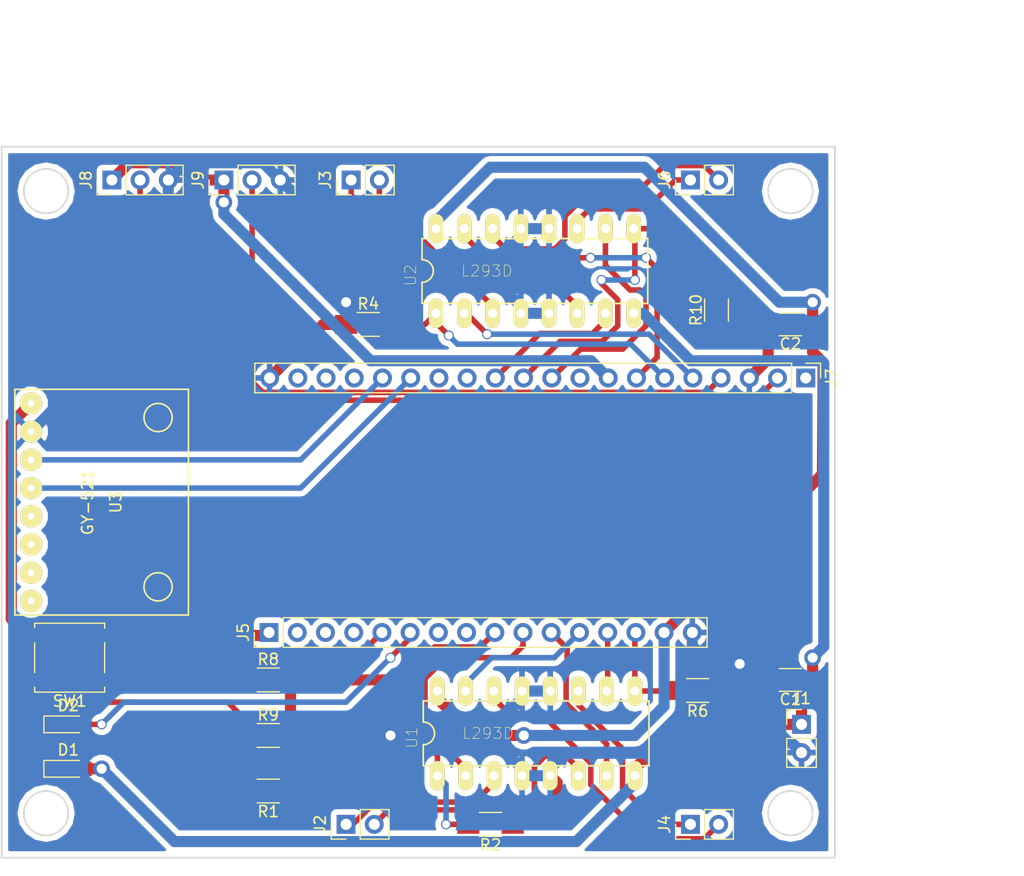
<source format=kicad_pcb>
(kicad_pcb (version 4) (host pcbnew 4.0.7)

  (general
    (links 71)
    (no_connects 3)
    (area 118.924999 73.924999 194.075001 138.075001)
    (thickness 1.6)
    (drawings 36)
    (tracks 324)
    (zones 0)
    (modules 24)
    (nets 50)
  )

  (page A4)
  (layers
    (0 F.Cu signal)
    (31 B.Cu signal)
    (32 B.Adhes user)
    (33 F.Adhes user)
    (34 B.Paste user)
    (35 F.Paste user)
    (36 B.SilkS user)
    (37 F.SilkS user)
    (38 B.Mask user)
    (39 F.Mask user)
    (40 Dwgs.User user)
    (41 Cmts.User user)
    (42 Eco1.User user hide)
    (43 Eco2.User user)
    (44 Edge.Cuts user)
    (45 Margin user)
    (46 B.CrtYd user)
    (47 F.CrtYd user)
    (48 B.Fab user)
    (49 F.Fab user)
  )

  (setup
    (last_trace_width 0.5)
    (user_trace_width 0.5)
    (trace_clearance 0.2)
    (zone_clearance 0.508)
    (zone_45_only no)
    (trace_min 0.2)
    (segment_width 0.2)
    (edge_width 0.15)
    (via_size 0.9)
    (via_drill 0.7)
    (via_min_size 0.4)
    (via_min_drill 0.3)
    (user_via 1.5 0.9)
    (uvia_size 0.3)
    (uvia_drill 0.1)
    (uvias_allowed no)
    (uvia_min_size 0.2)
    (uvia_min_drill 0.1)
    (pcb_text_width 0.3)
    (pcb_text_size 1.5 1.5)
    (mod_edge_width 0.15)
    (mod_text_size 1 1)
    (mod_text_width 0.15)
    (pad_size 1.524 1.524)
    (pad_drill 0.762)
    (pad_to_mask_clearance 0.2)
    (aux_axis_origin 0 0)
    (visible_elements 7FFFFFFF)
    (pcbplotparams
      (layerselection 0x00030_80000001)
      (usegerberextensions false)
      (excludeedgelayer true)
      (linewidth 0.100000)
      (plotframeref false)
      (viasonmask false)
      (mode 1)
      (useauxorigin false)
      (hpglpennumber 1)
      (hpglpenspeed 20)
      (hpglpendiameter 15)
      (hpglpenoverlay 2)
      (psnegative false)
      (psa4output false)
      (plotreference true)
      (plotvalue true)
      (plotinvisibletext false)
      (padsonsilk false)
      (subtractmaskfromsilk false)
      (outputformat 1)
      (mirror false)
      (drillshape 1)
      (scaleselection 1)
      (outputdirectory ""))
  )

  (net 0 "")
  (net 1 "Net-(D1-Pad1)")
  (net 2 BATT)
  (net 3 "Net-(D2-Pad1)")
  (net 4 "Net-(D2-Pad2)")
  (net 5 GND)
  (net 6 5V)
  (net 7 3V3)
  (net 8 "Net-(J4-Pad1)")
  (net 9 "Net-(J4-Pad2)")
  (net 10 "Net-(J6-Pad1)")
  (net 11 "Net-(J7-Pad1)")
  (net 12 EN1_A)
  (net 13 IN1_A)
  (net 14 IN2_A)
  (net 15 IN4_A)
  (net 16 IN3_A)
  (net 17 EN2_A)
  (net 18 DATA2)
  (net 19 DATA1)
  (net 20 IN1_B)
  (net 21 EN1_B)
  (net 22 IN4_B)
  (net 23 IN3_B)
  (net 24 EN2_B)
  (net 25 IN2_B)
  (net 26 "Net-(J3-Pad1)")
  (net 27 "Net-(J3-Pad2)")
  (net 28 "Net-(J2-Pad1)")
  (net 29 "Net-(J2-Pad2)")
  (net 30 "Net-(J5-Pad2)")
  (net 31 "Net-(J6-Pad2)")
  (net 32 "Net-(J5-Pad5)")
  (net 33 "Net-(U3-Pad7)")
  (net 34 "Net-(U3-Pad8)")
  (net 35 "Net-(J7-Pad16)")
  (net 36 "Net-(J7-Pad15)")
  (net 37 "Net-(U3-Pad6)")
  (net 38 "Net-(U3-Pad5)")
  (net 39 "Net-(J5-Pad3)")
  (net 40 "Net-(J5-Pad4)")
  (net 41 "Net-(J5-Pad7)")
  (net 42 "Net-(J5-Pad8)")
  (net 43 "Net-(J7-Pad9)")
  (net 44 "Net-(J7-Pad13)")
  (net 45 "Net-(J7-Pad14)")
  (net 46 "Net-(J7-Pad17)")
  (net 47 "Net-(J7-Pad18)")
  (net 48 "Net-(J7-Pad19)")
  (net 49 3v3_gyro)

  (net_class Default "Questo è il gruppo di collegamenti predefinito"
    (clearance 0.2)
    (trace_width 0.5)
    (via_dia 0.9)
    (via_drill 0.7)
    (uvia_dia 0.3)
    (uvia_drill 0.1)
    (add_net DATA1)
    (add_net DATA2)
    (add_net EN1_A)
    (add_net EN1_B)
    (add_net EN2_A)
    (add_net EN2_B)
    (add_net IN1_A)
    (add_net IN1_B)
    (add_net IN2_A)
    (add_net IN2_B)
    (add_net IN3_A)
    (add_net IN3_B)
    (add_net IN4_A)
    (add_net IN4_B)
    (add_net "Net-(D1-Pad1)")
    (add_net "Net-(D2-Pad1)")
    (add_net "Net-(D2-Pad2)")
    (add_net "Net-(J2-Pad1)")
    (add_net "Net-(J2-Pad2)")
    (add_net "Net-(J3-Pad1)")
    (add_net "Net-(J3-Pad2)")
    (add_net "Net-(J4-Pad1)")
    (add_net "Net-(J4-Pad2)")
    (add_net "Net-(J5-Pad2)")
    (add_net "Net-(J5-Pad3)")
    (add_net "Net-(J5-Pad4)")
    (add_net "Net-(J5-Pad5)")
    (add_net "Net-(J5-Pad7)")
    (add_net "Net-(J5-Pad8)")
    (add_net "Net-(J6-Pad1)")
    (add_net "Net-(J6-Pad2)")
    (add_net "Net-(J7-Pad1)")
    (add_net "Net-(J7-Pad13)")
    (add_net "Net-(J7-Pad14)")
    (add_net "Net-(J7-Pad15)")
    (add_net "Net-(J7-Pad16)")
    (add_net "Net-(J7-Pad17)")
    (add_net "Net-(J7-Pad18)")
    (add_net "Net-(J7-Pad19)")
    (add_net "Net-(J7-Pad9)")
    (add_net "Net-(U3-Pad5)")
    (add_net "Net-(U3-Pad6)")
    (add_net "Net-(U3-Pad7)")
    (add_net "Net-(U3-Pad8)")
  )

  (net_class Power ""
    (clearance 0.2)
    (trace_width 1)
    (via_dia 1.5)
    (via_drill 0.9)
    (uvia_dia 0.3)
    (uvia_drill 0.1)
    (add_net 3V3)
    (add_net 3v3_gyro)
    (add_net 5V)
    (add_net BATT)
    (add_net GND)
  )

  (module L293D:DIL16 (layer F.Cu) (tedit 0) (tstamp 5B0558EF)
    (at 167 85.19)
    (descr "<b>Dual In Line Package</b>")
    (path /5B03F194)
    (fp_text reference U2 (at -11.1931 0.381586 90) (layer F.SilkS)
      (effects (font (size 1.00153 1.00153) (thickness 0.05)))
    )
    (fp_text value L293D (at -4.32668 -0.000001) (layer F.SilkS)
      (effects (font (size 1.00201 1.00201) (thickness 0.05)))
    )
    (fp_line (start 10.16 -2.921) (end -10.16 -2.921) (layer F.SilkS) (width 0.1524))
    (fp_line (start -10.16 2.921) (end 10.16 2.921) (layer F.SilkS) (width 0.1524))
    (fp_line (start 10.16 -2.921) (end 10.16 2.921) (layer F.SilkS) (width 0.1524))
    (fp_line (start -10.16 -2.921) (end -10.16 -1.016) (layer F.SilkS) (width 0.1524))
    (fp_line (start -10.16 2.921) (end -10.16 1.016) (layer F.SilkS) (width 0.1524))
    (fp_arc (start -10.16 0) (end -10.16 1.016) (angle -180) (layer F.SilkS) (width 0.1524))
    (pad 1 thru_hole oval (at -8.89 3.81 90) (size 2.6416 1.3208) (drill 0.8128) (layers *.Cu *.Mask F.SilkS)
      (net 21 EN1_B))
    (pad 2 thru_hole oval (at -6.35 3.81 90) (size 2.6416 1.3208) (drill 0.8128) (layers *.Cu *.Mask F.SilkS)
      (net 20 IN1_B))
    (pad 7 thru_hole oval (at 6.35 3.81 90) (size 2.6416 1.3208) (drill 0.8128) (layers *.Cu *.Mask F.SilkS)
      (net 25 IN2_B))
    (pad 8 thru_hole oval (at 8.89 3.81 90) (size 2.6416 1.3208) (drill 0.8128) (layers *.Cu *.Mask F.SilkS)
      (net 2 BATT))
    (pad 3 thru_hole oval (at -3.81 3.81 90) (size 2.6416 1.3208) (drill 0.8128) (layers *.Cu *.Mask F.SilkS)
      (net 26 "Net-(J3-Pad1)"))
    (pad 4 thru_hole oval (at -1.27 3.81 90) (size 2.6416 1.3208) (drill 0.8128) (layers *.Cu *.Mask F.SilkS)
      (net 5 GND))
    (pad 6 thru_hole oval (at 3.81 3.81 90) (size 2.6416 1.3208) (drill 0.8128) (layers *.Cu *.Mask F.SilkS)
      (net 27 "Net-(J3-Pad2)"))
    (pad 5 thru_hole oval (at 1.27 3.81 90) (size 2.6416 1.3208) (drill 0.8128) (layers *.Cu *.Mask F.SilkS)
      (net 5 GND))
    (pad 9 thru_hole oval (at 8.89 -3.81 90) (size 2.6416 1.3208) (drill 0.8128) (layers *.Cu *.Mask F.SilkS)
      (net 24 EN2_B))
    (pad 10 thru_hole oval (at 6.35 -3.81 90) (size 2.6416 1.3208) (drill 0.8128) (layers *.Cu *.Mask F.SilkS)
      (net 23 IN3_B))
    (pad 11 thru_hole oval (at 3.81 -3.81 90) (size 2.6416 1.3208) (drill 0.8128) (layers *.Cu *.Mask F.SilkS)
      (net 10 "Net-(J6-Pad1)"))
    (pad 12 thru_hole oval (at 1.27 -3.81 90) (size 2.6416 1.3208) (drill 0.8128) (layers *.Cu *.Mask F.SilkS)
      (net 5 GND))
    (pad 13 thru_hole oval (at -1.27 -3.81 90) (size 2.6416 1.3208) (drill 0.8128) (layers *.Cu *.Mask F.SilkS)
      (net 5 GND))
    (pad 14 thru_hole oval (at -3.81 -3.81 90) (size 2.6416 1.3208) (drill 0.8128) (layers *.Cu *.Mask F.SilkS)
      (net 31 "Net-(J6-Pad2)"))
    (pad 15 thru_hole oval (at -6.35 -3.81 90) (size 2.6416 1.3208) (drill 0.8128) (layers *.Cu *.Mask F.SilkS)
      (net 22 IN4_B))
    (pad 16 thru_hole oval (at -8.89 -3.81 90) (size 2.6416 1.3208) (drill 0.8128) (layers *.Cu *.Mask F.SilkS)
      (net 6 5V))
  )

  (module Socket_Strips:Socket_Strip_Straight_1x20_Pitch2.54mm (layer F.Cu) (tedit 58CD5447) (tstamp 5B05586F)
    (at 191.38 94.82 270)
    (descr "Through hole straight socket strip, 1x20, 2.54mm pitch, single row")
    (tags "Through hole socket strip THT 1x20 2.54mm single row")
    (path /5B03D2A3)
    (fp_text reference J7 (at 0 -2.33 270) (layer F.SilkS)
      (effects (font (size 1 1) (thickness 0.15)))
    )
    (fp_text value Conn_01x20_Female (at 0 50.59 270) (layer F.Fab)
      (effects (font (size 1 1) (thickness 0.15)))
    )
    (fp_line (start -1.27 -1.27) (end -1.27 49.53) (layer F.Fab) (width 0.1))
    (fp_line (start -1.27 49.53) (end 1.27 49.53) (layer F.Fab) (width 0.1))
    (fp_line (start 1.27 49.53) (end 1.27 -1.27) (layer F.Fab) (width 0.1))
    (fp_line (start 1.27 -1.27) (end -1.27 -1.27) (layer F.Fab) (width 0.1))
    (fp_line (start -1.33 1.27) (end -1.33 49.59) (layer F.SilkS) (width 0.12))
    (fp_line (start -1.33 49.59) (end 1.33 49.59) (layer F.SilkS) (width 0.12))
    (fp_line (start 1.33 49.59) (end 1.33 1.27) (layer F.SilkS) (width 0.12))
    (fp_line (start 1.33 1.27) (end -1.33 1.27) (layer F.SilkS) (width 0.12))
    (fp_line (start -1.33 0) (end -1.33 -1.33) (layer F.SilkS) (width 0.12))
    (fp_line (start -1.33 -1.33) (end 0 -1.33) (layer F.SilkS) (width 0.12))
    (fp_line (start -1.8 -1.8) (end -1.8 50.05) (layer F.CrtYd) (width 0.05))
    (fp_line (start -1.8 50.05) (end 1.8 50.05) (layer F.CrtYd) (width 0.05))
    (fp_line (start 1.8 50.05) (end 1.8 -1.8) (layer F.CrtYd) (width 0.05))
    (fp_line (start 1.8 -1.8) (end -1.8 -1.8) (layer F.CrtYd) (width 0.05))
    (fp_text user %R (at 0 -2.33 270) (layer F.Fab)
      (effects (font (size 1 1) (thickness 0.15)))
    )
    (pad 1 thru_hole rect (at 0 0 270) (size 1.7 1.7) (drill 1) (layers *.Cu *.Mask)
      (net 11 "Net-(J7-Pad1)"))
    (pad 2 thru_hole oval (at 0 2.54 270) (size 1.7 1.7) (drill 1) (layers *.Cu *.Mask)
      (net 18 DATA2))
    (pad 3 thru_hole oval (at 0 5.08 270) (size 1.7 1.7) (drill 1) (layers *.Cu *.Mask)
      (net 5 GND))
    (pad 4 thru_hole oval (at 0 7.62 270) (size 1.7 1.7) (drill 1) (layers *.Cu *.Mask)
      (net 19 DATA1))
    (pad 5 thru_hole oval (at 0 10.16 270) (size 1.7 1.7) (drill 1) (layers *.Cu *.Mask)
      (net 20 IN1_B))
    (pad 6 thru_hole oval (at 0 12.7 270) (size 1.7 1.7) (drill 1) (layers *.Cu *.Mask)
      (net 21 EN1_B))
    (pad 7 thru_hole oval (at 0 15.24 270) (size 1.7 1.7) (drill 1) (layers *.Cu *.Mask)
      (net 22 IN4_B))
    (pad 8 thru_hole oval (at 0 17.78 270) (size 1.7 1.7) (drill 1) (layers *.Cu *.Mask)
      (net 7 3V3))
    (pad 9 thru_hole oval (at 0 20.32 270) (size 1.7 1.7) (drill 1) (layers *.Cu *.Mask)
      (net 43 "Net-(J7-Pad9)"))
    (pad 10 thru_hole oval (at 0 22.86 270) (size 1.7 1.7) (drill 1) (layers *.Cu *.Mask)
      (net 23 IN3_B))
    (pad 11 thru_hole oval (at 0 25.4 270) (size 1.7 1.7) (drill 1) (layers *.Cu *.Mask)
      (net 24 EN2_B))
    (pad 12 thru_hole oval (at 0 27.94 270) (size 1.7 1.7) (drill 1) (layers *.Cu *.Mask)
      (net 25 IN2_B))
    (pad 13 thru_hole oval (at 0 30.48 270) (size 1.7 1.7) (drill 1) (layers *.Cu *.Mask)
      (net 44 "Net-(J7-Pad13)"))
    (pad 14 thru_hole oval (at 0 33.02 270) (size 1.7 1.7) (drill 1) (layers *.Cu *.Mask)
      (net 45 "Net-(J7-Pad14)"))
    (pad 15 thru_hole oval (at 0 35.56 270) (size 1.7 1.7) (drill 1) (layers *.Cu *.Mask)
      (net 36 "Net-(J7-Pad15)"))
    (pad 16 thru_hole oval (at 0 38.1 270) (size 1.7 1.7) (drill 1) (layers *.Cu *.Mask)
      (net 35 "Net-(J7-Pad16)"))
    (pad 17 thru_hole oval (at 0 40.64 270) (size 1.7 1.7) (drill 1) (layers *.Cu *.Mask)
      (net 46 "Net-(J7-Pad17)"))
    (pad 18 thru_hole oval (at 0 43.18 270) (size 1.7 1.7) (drill 1) (layers *.Cu *.Mask)
      (net 47 "Net-(J7-Pad18)"))
    (pad 19 thru_hole oval (at 0 45.72 270) (size 1.7 1.7) (drill 1) (layers *.Cu *.Mask)
      (net 48 "Net-(J7-Pad19)"))
    (pad 20 thru_hole oval (at 0 48.26 270) (size 1.7 1.7) (drill 1) (layers *.Cu *.Mask)
      (net 5 GND))
    (model ${KISYS3DMOD}/Socket_Strips.3dshapes/Socket_Strip_Straight_1x20_Pitch2.54mm.wrl
      (at (xyz 0 -0.95 0))
      (scale (xyz 1 1 1))
      (rotate (xyz 0 0 270))
    )
  )

  (module Capacitors_SMD:C_1206_HandSoldering (layer F.Cu) (tedit 58AA84D1) (tstamp 5B055813)
    (at 190 122 180)
    (descr "Capacitor SMD 1206, hand soldering")
    (tags "capacitor 1206")
    (path /5B03EFAB)
    (attr smd)
    (fp_text reference C1 (at 0 -1.75 180) (layer F.SilkS)
      (effects (font (size 1 1) (thickness 0.15)))
    )
    (fp_text value C (at 0 2 180) (layer F.Fab)
      (effects (font (size 1 1) (thickness 0.15)))
    )
    (fp_text user %R (at 0 -1.75 180) (layer F.Fab)
      (effects (font (size 1 1) (thickness 0.15)))
    )
    (fp_line (start -1.6 0.8) (end -1.6 -0.8) (layer F.Fab) (width 0.1))
    (fp_line (start 1.6 0.8) (end -1.6 0.8) (layer F.Fab) (width 0.1))
    (fp_line (start 1.6 -0.8) (end 1.6 0.8) (layer F.Fab) (width 0.1))
    (fp_line (start -1.6 -0.8) (end 1.6 -0.8) (layer F.Fab) (width 0.1))
    (fp_line (start 1 -1.02) (end -1 -1.02) (layer F.SilkS) (width 0.12))
    (fp_line (start -1 1.02) (end 1 1.02) (layer F.SilkS) (width 0.12))
    (fp_line (start -3.25 -1.05) (end 3.25 -1.05) (layer F.CrtYd) (width 0.05))
    (fp_line (start -3.25 -1.05) (end -3.25 1.05) (layer F.CrtYd) (width 0.05))
    (fp_line (start 3.25 1.05) (end 3.25 -1.05) (layer F.CrtYd) (width 0.05))
    (fp_line (start 3.25 1.05) (end -3.25 1.05) (layer F.CrtYd) (width 0.05))
    (pad 1 smd rect (at -2 0 180) (size 2 1.6) (layers F.Cu F.Paste F.Mask)
      (net 2 BATT))
    (pad 2 smd rect (at 2 0 180) (size 2 1.6) (layers F.Cu F.Paste F.Mask)
      (net 5 GND))
    (model Capacitors_SMD.3dshapes/C_1206.wrl
      (at (xyz 0 0 0))
      (scale (xyz 1 1 1))
      (rotate (xyz 0 0 0))
    )
  )

  (module Capacitors_SMD:C_1206_HandSoldering (layer F.Cu) (tedit 58AA84D1) (tstamp 5B055819)
    (at 190 90 180)
    (descr "Capacitor SMD 1206, hand soldering")
    (tags "capacitor 1206")
    (path /5B054107)
    (attr smd)
    (fp_text reference C2 (at 0 -1.75 180) (layer F.SilkS)
      (effects (font (size 1 1) (thickness 0.15)))
    )
    (fp_text value C (at 0 2 180) (layer F.Fab)
      (effects (font (size 1 1) (thickness 0.15)))
    )
    (fp_text user %R (at 0 -1.75 180) (layer F.Fab)
      (effects (font (size 1 1) (thickness 0.15)))
    )
    (fp_line (start -1.6 0.8) (end -1.6 -0.8) (layer F.Fab) (width 0.1))
    (fp_line (start 1.6 0.8) (end -1.6 0.8) (layer F.Fab) (width 0.1))
    (fp_line (start 1.6 -0.8) (end 1.6 0.8) (layer F.Fab) (width 0.1))
    (fp_line (start -1.6 -0.8) (end 1.6 -0.8) (layer F.Fab) (width 0.1))
    (fp_line (start 1 -1.02) (end -1 -1.02) (layer F.SilkS) (width 0.12))
    (fp_line (start -1 1.02) (end 1 1.02) (layer F.SilkS) (width 0.12))
    (fp_line (start -3.25 -1.05) (end 3.25 -1.05) (layer F.CrtYd) (width 0.05))
    (fp_line (start -3.25 -1.05) (end -3.25 1.05) (layer F.CrtYd) (width 0.05))
    (fp_line (start 3.25 1.05) (end 3.25 -1.05) (layer F.CrtYd) (width 0.05))
    (fp_line (start 3.25 1.05) (end -3.25 1.05) (layer F.CrtYd) (width 0.05))
    (pad 1 smd rect (at -2 0 180) (size 2 1.6) (layers F.Cu F.Paste F.Mask)
      (net 6 5V))
    (pad 2 smd rect (at 2 0 180) (size 2 1.6) (layers F.Cu F.Paste F.Mask)
      (net 5 GND))
    (model Capacitors_SMD.3dshapes/C_1206.wrl
      (at (xyz 0 0 0))
      (scale (xyz 1 1 1))
      (rotate (xyz 0 0 0))
    )
  )

  (module LEDs:LED_0805_HandSoldering (layer F.Cu) (tedit 595FCA25) (tstamp 5B05581F)
    (at 125 130)
    (descr "Resistor SMD 0805, hand soldering")
    (tags "resistor 0805")
    (path /5B03ABE4)
    (attr smd)
    (fp_text reference D1 (at 0 -1.7) (layer F.SilkS)
      (effects (font (size 1 1) (thickness 0.15)))
    )
    (fp_text value LED (at 0 1.75) (layer F.Fab)
      (effects (font (size 1 1) (thickness 0.15)))
    )
    (fp_line (start -0.4 -0.4) (end -0.4 0.4) (layer F.Fab) (width 0.1))
    (fp_line (start -0.4 0) (end 0.2 -0.4) (layer F.Fab) (width 0.1))
    (fp_line (start 0.2 0.4) (end -0.4 0) (layer F.Fab) (width 0.1))
    (fp_line (start 0.2 -0.4) (end 0.2 0.4) (layer F.Fab) (width 0.1))
    (fp_line (start -1 0.62) (end -1 -0.62) (layer F.Fab) (width 0.1))
    (fp_line (start 1 0.62) (end -1 0.62) (layer F.Fab) (width 0.1))
    (fp_line (start 1 -0.62) (end 1 0.62) (layer F.Fab) (width 0.1))
    (fp_line (start -1 -0.62) (end 1 -0.62) (layer F.Fab) (width 0.1))
    (fp_line (start 1 0.75) (end -2.2 0.75) (layer F.SilkS) (width 0.12))
    (fp_line (start -2.2 -0.75) (end 1 -0.75) (layer F.SilkS) (width 0.12))
    (fp_line (start -2.35 -0.9) (end 2.35 -0.9) (layer F.CrtYd) (width 0.05))
    (fp_line (start -2.35 -0.9) (end -2.35 0.9) (layer F.CrtYd) (width 0.05))
    (fp_line (start 2.35 0.9) (end 2.35 -0.9) (layer F.CrtYd) (width 0.05))
    (fp_line (start 2.35 0.9) (end -2.35 0.9) (layer F.CrtYd) (width 0.05))
    (fp_line (start -2.2 -0.75) (end -2.2 0.75) (layer F.SilkS) (width 0.12))
    (pad 1 smd rect (at -1.35 0) (size 1.5 1.3) (layers F.Cu F.Paste F.Mask)
      (net 1 "Net-(D1-Pad1)"))
    (pad 2 smd rect (at 1.35 0) (size 1.5 1.3) (layers F.Cu F.Paste F.Mask)
      (net 2 BATT))
    (model ${KISYS3DMOD}/LEDs.3dshapes/LED_0805.wrl
      (at (xyz 0 0 0))
      (scale (xyz 1 1 1))
      (rotate (xyz 0 0 0))
    )
  )

  (module LEDs:LED_0805_HandSoldering (layer F.Cu) (tedit 595FCA25) (tstamp 5B055825)
    (at 125 126)
    (descr "Resistor SMD 0805, hand soldering")
    (tags "resistor 0805")
    (path /5B0382B4)
    (attr smd)
    (fp_text reference D2 (at 0 -1.7) (layer F.SilkS)
      (effects (font (size 1 1) (thickness 0.15)))
    )
    (fp_text value LED (at 0 1.75) (layer F.Fab)
      (effects (font (size 1 1) (thickness 0.15)))
    )
    (fp_line (start -0.4 -0.4) (end -0.4 0.4) (layer F.Fab) (width 0.1))
    (fp_line (start -0.4 0) (end 0.2 -0.4) (layer F.Fab) (width 0.1))
    (fp_line (start 0.2 0.4) (end -0.4 0) (layer F.Fab) (width 0.1))
    (fp_line (start 0.2 -0.4) (end 0.2 0.4) (layer F.Fab) (width 0.1))
    (fp_line (start -1 0.62) (end -1 -0.62) (layer F.Fab) (width 0.1))
    (fp_line (start 1 0.62) (end -1 0.62) (layer F.Fab) (width 0.1))
    (fp_line (start 1 -0.62) (end 1 0.62) (layer F.Fab) (width 0.1))
    (fp_line (start -1 -0.62) (end 1 -0.62) (layer F.Fab) (width 0.1))
    (fp_line (start 1 0.75) (end -2.2 0.75) (layer F.SilkS) (width 0.12))
    (fp_line (start -2.2 -0.75) (end 1 -0.75) (layer F.SilkS) (width 0.12))
    (fp_line (start -2.35 -0.9) (end 2.35 -0.9) (layer F.CrtYd) (width 0.05))
    (fp_line (start -2.35 -0.9) (end -2.35 0.9) (layer F.CrtYd) (width 0.05))
    (fp_line (start 2.35 0.9) (end 2.35 -0.9) (layer F.CrtYd) (width 0.05))
    (fp_line (start 2.35 0.9) (end -2.35 0.9) (layer F.CrtYd) (width 0.05))
    (fp_line (start -2.2 -0.75) (end -2.2 0.75) (layer F.SilkS) (width 0.12))
    (pad 1 smd rect (at -1.35 0) (size 1.5 1.3) (layers F.Cu F.Paste F.Mask)
      (net 3 "Net-(D2-Pad1)"))
    (pad 2 smd rect (at 1.35 0) (size 1.5 1.3) (layers F.Cu F.Paste F.Mask)
      (net 4 "Net-(D2-Pad2)"))
    (model ${KISYS3DMOD}/LEDs.3dshapes/LED_0805.wrl
      (at (xyz 0 0 0))
      (scale (xyz 1 1 1))
      (rotate (xyz 0 0 0))
    )
  )

  (module Pin_Headers:Pin_Header_Straight_1x02_Pitch2.54mm (layer F.Cu) (tedit 59650532) (tstamp 5B05582B)
    (at 191 126)
    (descr "Through hole straight pin header, 1x02, 2.54mm pitch, single row")
    (tags "Through hole pin header THT 1x02 2.54mm single row")
    (path /5B037C12)
    (fp_text reference J1 (at 0 -2.33) (layer F.SilkS)
      (effects (font (size 1 1) (thickness 0.15)))
    )
    (fp_text value Conn_01x02 (at 0 4.87) (layer F.Fab)
      (effects (font (size 1 1) (thickness 0.15)))
    )
    (fp_line (start -0.635 -1.27) (end 1.27 -1.27) (layer F.Fab) (width 0.1))
    (fp_line (start 1.27 -1.27) (end 1.27 3.81) (layer F.Fab) (width 0.1))
    (fp_line (start 1.27 3.81) (end -1.27 3.81) (layer F.Fab) (width 0.1))
    (fp_line (start -1.27 3.81) (end -1.27 -0.635) (layer F.Fab) (width 0.1))
    (fp_line (start -1.27 -0.635) (end -0.635 -1.27) (layer F.Fab) (width 0.1))
    (fp_line (start -1.33 3.87) (end 1.33 3.87) (layer F.SilkS) (width 0.12))
    (fp_line (start -1.33 1.27) (end -1.33 3.87) (layer F.SilkS) (width 0.12))
    (fp_line (start 1.33 1.27) (end 1.33 3.87) (layer F.SilkS) (width 0.12))
    (fp_line (start -1.33 1.27) (end 1.33 1.27) (layer F.SilkS) (width 0.12))
    (fp_line (start -1.33 0) (end -1.33 -1.33) (layer F.SilkS) (width 0.12))
    (fp_line (start -1.33 -1.33) (end 0 -1.33) (layer F.SilkS) (width 0.12))
    (fp_line (start -1.8 -1.8) (end -1.8 4.35) (layer F.CrtYd) (width 0.05))
    (fp_line (start -1.8 4.35) (end 1.8 4.35) (layer F.CrtYd) (width 0.05))
    (fp_line (start 1.8 4.35) (end 1.8 -1.8) (layer F.CrtYd) (width 0.05))
    (fp_line (start 1.8 -1.8) (end -1.8 -1.8) (layer F.CrtYd) (width 0.05))
    (fp_text user %R (at 0 1.27 90) (layer F.Fab)
      (effects (font (size 1 1) (thickness 0.15)))
    )
    (pad 1 thru_hole rect (at 0 0) (size 1.7 1.7) (drill 1) (layers *.Cu *.Mask)
      (net 2 BATT))
    (pad 2 thru_hole oval (at 0 2.54) (size 1.7 1.7) (drill 1) (layers *.Cu *.Mask)
      (net 5 GND))
    (model ${KISYS3DMOD}/Pin_Headers.3dshapes/Pin_Header_Straight_1x02_Pitch2.54mm.wrl
      (at (xyz 0 0 0))
      (scale (xyz 1 1 1))
      (rotate (xyz 0 0 0))
    )
  )

  (module Pin_Headers:Pin_Header_Straight_1x02_Pitch2.54mm (layer F.Cu) (tedit 59650532) (tstamp 5B055831)
    (at 150 135 90)
    (descr "Through hole straight pin header, 1x02, 2.54mm pitch, single row")
    (tags "Through hole pin header THT 1x02 2.54mm single row")
    (path /5B03776A)
    (fp_text reference J2 (at 0 -2.33 90) (layer F.SilkS)
      (effects (font (size 1 1) (thickness 0.15)))
    )
    (fp_text value Conn_01x02 (at 0 4.87 90) (layer F.Fab)
      (effects (font (size 1 1) (thickness 0.15)))
    )
    (fp_line (start -0.635 -1.27) (end 1.27 -1.27) (layer F.Fab) (width 0.1))
    (fp_line (start 1.27 -1.27) (end 1.27 3.81) (layer F.Fab) (width 0.1))
    (fp_line (start 1.27 3.81) (end -1.27 3.81) (layer F.Fab) (width 0.1))
    (fp_line (start -1.27 3.81) (end -1.27 -0.635) (layer F.Fab) (width 0.1))
    (fp_line (start -1.27 -0.635) (end -0.635 -1.27) (layer F.Fab) (width 0.1))
    (fp_line (start -1.33 3.87) (end 1.33 3.87) (layer F.SilkS) (width 0.12))
    (fp_line (start -1.33 1.27) (end -1.33 3.87) (layer F.SilkS) (width 0.12))
    (fp_line (start 1.33 1.27) (end 1.33 3.87) (layer F.SilkS) (width 0.12))
    (fp_line (start -1.33 1.27) (end 1.33 1.27) (layer F.SilkS) (width 0.12))
    (fp_line (start -1.33 0) (end -1.33 -1.33) (layer F.SilkS) (width 0.12))
    (fp_line (start -1.33 -1.33) (end 0 -1.33) (layer F.SilkS) (width 0.12))
    (fp_line (start -1.8 -1.8) (end -1.8 4.35) (layer F.CrtYd) (width 0.05))
    (fp_line (start -1.8 4.35) (end 1.8 4.35) (layer F.CrtYd) (width 0.05))
    (fp_line (start 1.8 4.35) (end 1.8 -1.8) (layer F.CrtYd) (width 0.05))
    (fp_line (start 1.8 -1.8) (end -1.8 -1.8) (layer F.CrtYd) (width 0.05))
    (fp_text user %R (at 0 1.27 180) (layer F.Fab)
      (effects (font (size 1 1) (thickness 0.15)))
    )
    (pad 1 thru_hole rect (at 0 0 90) (size 1.7 1.7) (drill 1) (layers *.Cu *.Mask)
      (net 28 "Net-(J2-Pad1)"))
    (pad 2 thru_hole oval (at 0 2.54 90) (size 1.7 1.7) (drill 1) (layers *.Cu *.Mask)
      (net 29 "Net-(J2-Pad2)"))
    (model ${KISYS3DMOD}/Pin_Headers.3dshapes/Pin_Header_Straight_1x02_Pitch2.54mm.wrl
      (at (xyz 0 0 0))
      (scale (xyz 1 1 1))
      (rotate (xyz 0 0 0))
    )
  )

  (module Pin_Headers:Pin_Header_Straight_1x02_Pitch2.54mm (layer F.Cu) (tedit 59650532) (tstamp 5B055837)
    (at 150.46 77 90)
    (descr "Through hole straight pin header, 1x02, 2.54mm pitch, single row")
    (tags "Through hole pin header THT 1x02 2.54mm single row")
    (path /5B034DEC)
    (fp_text reference J3 (at 0 -2.33 90) (layer F.SilkS)
      (effects (font (size 1 1) (thickness 0.15)))
    )
    (fp_text value Conn_01x02 (at 0 4.87 90) (layer F.Fab)
      (effects (font (size 1 1) (thickness 0.15)))
    )
    (fp_line (start -0.635 -1.27) (end 1.27 -1.27) (layer F.Fab) (width 0.1))
    (fp_line (start 1.27 -1.27) (end 1.27 3.81) (layer F.Fab) (width 0.1))
    (fp_line (start 1.27 3.81) (end -1.27 3.81) (layer F.Fab) (width 0.1))
    (fp_line (start -1.27 3.81) (end -1.27 -0.635) (layer F.Fab) (width 0.1))
    (fp_line (start -1.27 -0.635) (end -0.635 -1.27) (layer F.Fab) (width 0.1))
    (fp_line (start -1.33 3.87) (end 1.33 3.87) (layer F.SilkS) (width 0.12))
    (fp_line (start -1.33 1.27) (end -1.33 3.87) (layer F.SilkS) (width 0.12))
    (fp_line (start 1.33 1.27) (end 1.33 3.87) (layer F.SilkS) (width 0.12))
    (fp_line (start -1.33 1.27) (end 1.33 1.27) (layer F.SilkS) (width 0.12))
    (fp_line (start -1.33 0) (end -1.33 -1.33) (layer F.SilkS) (width 0.12))
    (fp_line (start -1.33 -1.33) (end 0 -1.33) (layer F.SilkS) (width 0.12))
    (fp_line (start -1.8 -1.8) (end -1.8 4.35) (layer F.CrtYd) (width 0.05))
    (fp_line (start -1.8 4.35) (end 1.8 4.35) (layer F.CrtYd) (width 0.05))
    (fp_line (start 1.8 4.35) (end 1.8 -1.8) (layer F.CrtYd) (width 0.05))
    (fp_line (start 1.8 -1.8) (end -1.8 -1.8) (layer F.CrtYd) (width 0.05))
    (fp_text user %R (at 0 1.27 180) (layer F.Fab)
      (effects (font (size 1 1) (thickness 0.15)))
    )
    (pad 1 thru_hole rect (at 0 0 90) (size 1.7 1.7) (drill 1) (layers *.Cu *.Mask)
      (net 26 "Net-(J3-Pad1)"))
    (pad 2 thru_hole oval (at 0 2.54 90) (size 1.7 1.7) (drill 1) (layers *.Cu *.Mask)
      (net 27 "Net-(J3-Pad2)"))
    (model ${KISYS3DMOD}/Pin_Headers.3dshapes/Pin_Header_Straight_1x02_Pitch2.54mm.wrl
      (at (xyz 0 0 0))
      (scale (xyz 1 1 1))
      (rotate (xyz 0 0 0))
    )
  )

  (module Pin_Headers:Pin_Header_Straight_1x02_Pitch2.54mm (layer F.Cu) (tedit 59650532) (tstamp 5B05583D)
    (at 181 135 90)
    (descr "Through hole straight pin header, 1x02, 2.54mm pitch, single row")
    (tags "Through hole pin header THT 1x02 2.54mm single row")
    (path /5B036CAE)
    (fp_text reference J4 (at 0 -2.33 90) (layer F.SilkS)
      (effects (font (size 1 1) (thickness 0.15)))
    )
    (fp_text value Conn_01x02 (at 0 4.87 90) (layer F.Fab)
      (effects (font (size 1 1) (thickness 0.15)))
    )
    (fp_line (start -0.635 -1.27) (end 1.27 -1.27) (layer F.Fab) (width 0.1))
    (fp_line (start 1.27 -1.27) (end 1.27 3.81) (layer F.Fab) (width 0.1))
    (fp_line (start 1.27 3.81) (end -1.27 3.81) (layer F.Fab) (width 0.1))
    (fp_line (start -1.27 3.81) (end -1.27 -0.635) (layer F.Fab) (width 0.1))
    (fp_line (start -1.27 -0.635) (end -0.635 -1.27) (layer F.Fab) (width 0.1))
    (fp_line (start -1.33 3.87) (end 1.33 3.87) (layer F.SilkS) (width 0.12))
    (fp_line (start -1.33 1.27) (end -1.33 3.87) (layer F.SilkS) (width 0.12))
    (fp_line (start 1.33 1.27) (end 1.33 3.87) (layer F.SilkS) (width 0.12))
    (fp_line (start -1.33 1.27) (end 1.33 1.27) (layer F.SilkS) (width 0.12))
    (fp_line (start -1.33 0) (end -1.33 -1.33) (layer F.SilkS) (width 0.12))
    (fp_line (start -1.33 -1.33) (end 0 -1.33) (layer F.SilkS) (width 0.12))
    (fp_line (start -1.8 -1.8) (end -1.8 4.35) (layer F.CrtYd) (width 0.05))
    (fp_line (start -1.8 4.35) (end 1.8 4.35) (layer F.CrtYd) (width 0.05))
    (fp_line (start 1.8 4.35) (end 1.8 -1.8) (layer F.CrtYd) (width 0.05))
    (fp_line (start 1.8 -1.8) (end -1.8 -1.8) (layer F.CrtYd) (width 0.05))
    (fp_text user %R (at 0 1.27 180) (layer F.Fab)
      (effects (font (size 1 1) (thickness 0.15)))
    )
    (pad 1 thru_hole rect (at 0 0 90) (size 1.7 1.7) (drill 1) (layers *.Cu *.Mask)
      (net 8 "Net-(J4-Pad1)"))
    (pad 2 thru_hole oval (at 0 2.54 90) (size 1.7 1.7) (drill 1) (layers *.Cu *.Mask)
      (net 9 "Net-(J4-Pad2)"))
    (model ${KISYS3DMOD}/Pin_Headers.3dshapes/Pin_Header_Straight_1x02_Pitch2.54mm.wrl
      (at (xyz 0 0 0))
      (scale (xyz 1 1 1))
      (rotate (xyz 0 0 0))
    )
  )

  (module Socket_Strips:Socket_Strip_Straight_1x16_Pitch2.54mm (layer F.Cu) (tedit 58CD5446) (tstamp 5B055851)
    (at 143.07 117.73 90)
    (descr "Through hole straight socket strip, 1x16, 2.54mm pitch, single row")
    (tags "Through hole socket strip THT 1x16 2.54mm single row")
    (path /5B053A6F)
    (fp_text reference J5 (at 0 -2.33 90) (layer F.SilkS)
      (effects (font (size 1 1) (thickness 0.15)))
    )
    (fp_text value Conn_01x16_Female (at 0 40.43 90) (layer F.Fab)
      (effects (font (size 1 1) (thickness 0.15)))
    )
    (fp_line (start -1.27 -1.27) (end -1.27 39.37) (layer F.Fab) (width 0.1))
    (fp_line (start -1.27 39.37) (end 1.27 39.37) (layer F.Fab) (width 0.1))
    (fp_line (start 1.27 39.37) (end 1.27 -1.27) (layer F.Fab) (width 0.1))
    (fp_line (start 1.27 -1.27) (end -1.27 -1.27) (layer F.Fab) (width 0.1))
    (fp_line (start -1.33 1.27) (end -1.33 39.43) (layer F.SilkS) (width 0.12))
    (fp_line (start -1.33 39.43) (end 1.33 39.43) (layer F.SilkS) (width 0.12))
    (fp_line (start 1.33 39.43) (end 1.33 1.27) (layer F.SilkS) (width 0.12))
    (fp_line (start 1.33 1.27) (end -1.33 1.27) (layer F.SilkS) (width 0.12))
    (fp_line (start -1.33 0) (end -1.33 -1.33) (layer F.SilkS) (width 0.12))
    (fp_line (start -1.33 -1.33) (end 0 -1.33) (layer F.SilkS) (width 0.12))
    (fp_line (start -1.8 -1.8) (end -1.8 39.9) (layer F.CrtYd) (width 0.05))
    (fp_line (start -1.8 39.9) (end 1.8 39.9) (layer F.CrtYd) (width 0.05))
    (fp_line (start 1.8 39.9) (end 1.8 -1.8) (layer F.CrtYd) (width 0.05))
    (fp_line (start 1.8 -1.8) (end -1.8 -1.8) (layer F.CrtYd) (width 0.05))
    (fp_text user %R (at 0 -2.33 90) (layer F.Fab)
      (effects (font (size 1 1) (thickness 0.15)))
    )
    (pad 1 thru_hole rect (at 0 0 90) (size 1.7 1.7) (drill 1) (layers *.Cu *.Mask)
      (net 49 3v3_gyro))
    (pad 2 thru_hole oval (at 0 2.54 90) (size 1.7 1.7) (drill 1) (layers *.Cu *.Mask)
      (net 30 "Net-(J5-Pad2)"))
    (pad 3 thru_hole oval (at 0 5.08 90) (size 1.7 1.7) (drill 1) (layers *.Cu *.Mask)
      (net 39 "Net-(J5-Pad3)"))
    (pad 4 thru_hole oval (at 0 7.62 90) (size 1.7 1.7) (drill 1) (layers *.Cu *.Mask)
      (net 40 "Net-(J5-Pad4)"))
    (pad 5 thru_hole oval (at 0 10.16 90) (size 1.7 1.7) (drill 1) (layers *.Cu *.Mask)
      (net 32 "Net-(J5-Pad5)"))
    (pad 6 thru_hole oval (at 0 12.7 90) (size 1.7 1.7) (drill 1) (layers *.Cu *.Mask)
      (net 4 "Net-(D2-Pad2)"))
    (pad 7 thru_hole oval (at 0 15.24 90) (size 1.7 1.7) (drill 1) (layers *.Cu *.Mask)
      (net 41 "Net-(J5-Pad7)"))
    (pad 8 thru_hole oval (at 0 17.78 90) (size 1.7 1.7) (drill 1) (layers *.Cu *.Mask)
      (net 42 "Net-(J5-Pad8)"))
    (pad 9 thru_hole oval (at 0 20.32 90) (size 1.7 1.7) (drill 1) (layers *.Cu *.Mask)
      (net 12 EN1_A))
    (pad 10 thru_hole oval (at 0 22.86 90) (size 1.7 1.7) (drill 1) (layers *.Cu *.Mask)
      (net 13 IN1_A))
    (pad 11 thru_hole oval (at 0 25.4 90) (size 1.7 1.7) (drill 1) (layers *.Cu *.Mask)
      (net 14 IN2_A))
    (pad 12 thru_hole oval (at 0 27.94 90) (size 1.7 1.7) (drill 1) (layers *.Cu *.Mask)
      (net 15 IN4_A))
    (pad 13 thru_hole oval (at 0 30.48 90) (size 1.7 1.7) (drill 1) (layers *.Cu *.Mask)
      (net 16 IN3_A))
    (pad 14 thru_hole oval (at 0 33.02 90) (size 1.7 1.7) (drill 1) (layers *.Cu *.Mask)
      (net 17 EN2_A))
    (pad 15 thru_hole oval (at 0 35.56 90) (size 1.7 1.7) (drill 1) (layers *.Cu *.Mask)
      (net 6 5V))
    (pad 16 thru_hole oval (at 0 38.1 90) (size 1.7 1.7) (drill 1) (layers *.Cu *.Mask)
      (net 5 GND))
    (model ${KISYS3DMOD}/Socket_Strips.3dshapes/Socket_Strip_Straight_1x16_Pitch2.54mm.wrl
      (at (xyz 0 -0.75 0))
      (scale (xyz 1 1 1))
      (rotate (xyz 0 0 270))
    )
  )

  (module Pin_Headers:Pin_Header_Straight_1x02_Pitch2.54mm (layer F.Cu) (tedit 59650532) (tstamp 5B055857)
    (at 181 77 90)
    (descr "Through hole straight pin header, 1x02, 2.54mm pitch, single row")
    (tags "Through hole pin header THT 1x02 2.54mm single row")
    (path /5B034C51)
    (fp_text reference J6 (at 0 -2.33 90) (layer F.SilkS)
      (effects (font (size 1 1) (thickness 0.15)))
    )
    (fp_text value Conn_01x02 (at 0 4.87 90) (layer F.Fab)
      (effects (font (size 1 1) (thickness 0.15)))
    )
    (fp_line (start -0.635 -1.27) (end 1.27 -1.27) (layer F.Fab) (width 0.1))
    (fp_line (start 1.27 -1.27) (end 1.27 3.81) (layer F.Fab) (width 0.1))
    (fp_line (start 1.27 3.81) (end -1.27 3.81) (layer F.Fab) (width 0.1))
    (fp_line (start -1.27 3.81) (end -1.27 -0.635) (layer F.Fab) (width 0.1))
    (fp_line (start -1.27 -0.635) (end -0.635 -1.27) (layer F.Fab) (width 0.1))
    (fp_line (start -1.33 3.87) (end 1.33 3.87) (layer F.SilkS) (width 0.12))
    (fp_line (start -1.33 1.27) (end -1.33 3.87) (layer F.SilkS) (width 0.12))
    (fp_line (start 1.33 1.27) (end 1.33 3.87) (layer F.SilkS) (width 0.12))
    (fp_line (start -1.33 1.27) (end 1.33 1.27) (layer F.SilkS) (width 0.12))
    (fp_line (start -1.33 0) (end -1.33 -1.33) (layer F.SilkS) (width 0.12))
    (fp_line (start -1.33 -1.33) (end 0 -1.33) (layer F.SilkS) (width 0.12))
    (fp_line (start -1.8 -1.8) (end -1.8 4.35) (layer F.CrtYd) (width 0.05))
    (fp_line (start -1.8 4.35) (end 1.8 4.35) (layer F.CrtYd) (width 0.05))
    (fp_line (start 1.8 4.35) (end 1.8 -1.8) (layer F.CrtYd) (width 0.05))
    (fp_line (start 1.8 -1.8) (end -1.8 -1.8) (layer F.CrtYd) (width 0.05))
    (fp_text user %R (at 0 1.27 180) (layer F.Fab)
      (effects (font (size 1 1) (thickness 0.15)))
    )
    (pad 1 thru_hole rect (at 0 0 90) (size 1.7 1.7) (drill 1) (layers *.Cu *.Mask)
      (net 10 "Net-(J6-Pad1)"))
    (pad 2 thru_hole oval (at 0 2.54 90) (size 1.7 1.7) (drill 1) (layers *.Cu *.Mask)
      (net 31 "Net-(J6-Pad2)"))
    (model ${KISYS3DMOD}/Pin_Headers.3dshapes/Pin_Header_Straight_1x02_Pitch2.54mm.wrl
      (at (xyz 0 0 0))
      (scale (xyz 1 1 1))
      (rotate (xyz 0 0 0))
    )
  )

  (module Pin_Headers:Pin_Header_Straight_1x03_Pitch2.54mm (layer F.Cu) (tedit 59650532) (tstamp 5B055876)
    (at 128.92 77 90)
    (descr "Through hole straight pin header, 1x03, 2.54mm pitch, single row")
    (tags "Through hole pin header THT 1x03 2.54mm single row")
    (path /5B03974B)
    (fp_text reference J8 (at 0 -2.33 90) (layer F.SilkS)
      (effects (font (size 1 1) (thickness 0.15)))
    )
    (fp_text value Conn_01x03 (at 0 7.41 90) (layer F.Fab)
      (effects (font (size 1 1) (thickness 0.15)))
    )
    (fp_line (start -0.635 -1.27) (end 1.27 -1.27) (layer F.Fab) (width 0.1))
    (fp_line (start 1.27 -1.27) (end 1.27 6.35) (layer F.Fab) (width 0.1))
    (fp_line (start 1.27 6.35) (end -1.27 6.35) (layer F.Fab) (width 0.1))
    (fp_line (start -1.27 6.35) (end -1.27 -0.635) (layer F.Fab) (width 0.1))
    (fp_line (start -1.27 -0.635) (end -0.635 -1.27) (layer F.Fab) (width 0.1))
    (fp_line (start -1.33 6.41) (end 1.33 6.41) (layer F.SilkS) (width 0.12))
    (fp_line (start -1.33 1.27) (end -1.33 6.41) (layer F.SilkS) (width 0.12))
    (fp_line (start 1.33 1.27) (end 1.33 6.41) (layer F.SilkS) (width 0.12))
    (fp_line (start -1.33 1.27) (end 1.33 1.27) (layer F.SilkS) (width 0.12))
    (fp_line (start -1.33 0) (end -1.33 -1.33) (layer F.SilkS) (width 0.12))
    (fp_line (start -1.33 -1.33) (end 0 -1.33) (layer F.SilkS) (width 0.12))
    (fp_line (start -1.8 -1.8) (end -1.8 6.85) (layer F.CrtYd) (width 0.05))
    (fp_line (start -1.8 6.85) (end 1.8 6.85) (layer F.CrtYd) (width 0.05))
    (fp_line (start 1.8 6.85) (end 1.8 -1.8) (layer F.CrtYd) (width 0.05))
    (fp_line (start 1.8 -1.8) (end -1.8 -1.8) (layer F.CrtYd) (width 0.05))
    (fp_text user %R (at 0 2.54 180) (layer F.Fab)
      (effects (font (size 1 1) (thickness 0.15)))
    )
    (pad 1 thru_hole rect (at 0 0 90) (size 1.7 1.7) (drill 1) (layers *.Cu *.Mask)
      (net 7 3V3))
    (pad 2 thru_hole oval (at 0 2.54 90) (size 1.7 1.7) (drill 1) (layers *.Cu *.Mask)
      (net 18 DATA2))
    (pad 3 thru_hole oval (at 0 5.08 90) (size 1.7 1.7) (drill 1) (layers *.Cu *.Mask)
      (net 5 GND))
    (model ${KISYS3DMOD}/Pin_Headers.3dshapes/Pin_Header_Straight_1x03_Pitch2.54mm.wrl
      (at (xyz 0 0 0))
      (scale (xyz 1 1 1))
      (rotate (xyz 0 0 0))
    )
  )

  (module Pin_Headers:Pin_Header_Straight_1x03_Pitch2.54mm (layer F.Cu) (tedit 59650532) (tstamp 5B05587D)
    (at 139 77 90)
    (descr "Through hole straight pin header, 1x03, 2.54mm pitch, single row")
    (tags "Through hole pin header THT 1x03 2.54mm single row")
    (path /5B03965C)
    (fp_text reference J9 (at 0 -2.33 90) (layer F.SilkS)
      (effects (font (size 1 1) (thickness 0.15)))
    )
    (fp_text value Conn_01x03 (at 0 7.41 90) (layer F.Fab)
      (effects (font (size 1 1) (thickness 0.15)))
    )
    (fp_line (start -0.635 -1.27) (end 1.27 -1.27) (layer F.Fab) (width 0.1))
    (fp_line (start 1.27 -1.27) (end 1.27 6.35) (layer F.Fab) (width 0.1))
    (fp_line (start 1.27 6.35) (end -1.27 6.35) (layer F.Fab) (width 0.1))
    (fp_line (start -1.27 6.35) (end -1.27 -0.635) (layer F.Fab) (width 0.1))
    (fp_line (start -1.27 -0.635) (end -0.635 -1.27) (layer F.Fab) (width 0.1))
    (fp_line (start -1.33 6.41) (end 1.33 6.41) (layer F.SilkS) (width 0.12))
    (fp_line (start -1.33 1.27) (end -1.33 6.41) (layer F.SilkS) (width 0.12))
    (fp_line (start 1.33 1.27) (end 1.33 6.41) (layer F.SilkS) (width 0.12))
    (fp_line (start -1.33 1.27) (end 1.33 1.27) (layer F.SilkS) (width 0.12))
    (fp_line (start -1.33 0) (end -1.33 -1.33) (layer F.SilkS) (width 0.12))
    (fp_line (start -1.33 -1.33) (end 0 -1.33) (layer F.SilkS) (width 0.12))
    (fp_line (start -1.8 -1.8) (end -1.8 6.85) (layer F.CrtYd) (width 0.05))
    (fp_line (start -1.8 6.85) (end 1.8 6.85) (layer F.CrtYd) (width 0.05))
    (fp_line (start 1.8 6.85) (end 1.8 -1.8) (layer F.CrtYd) (width 0.05))
    (fp_line (start 1.8 -1.8) (end -1.8 -1.8) (layer F.CrtYd) (width 0.05))
    (fp_text user %R (at 0 2.54 180) (layer F.Fab)
      (effects (font (size 1 1) (thickness 0.15)))
    )
    (pad 1 thru_hole rect (at 0 0 90) (size 1.7 1.7) (drill 1) (layers *.Cu *.Mask)
      (net 7 3V3))
    (pad 2 thru_hole oval (at 0 2.54 90) (size 1.7 1.7) (drill 1) (layers *.Cu *.Mask)
      (net 19 DATA1))
    (pad 3 thru_hole oval (at 0 5.08 90) (size 1.7 1.7) (drill 1) (layers *.Cu *.Mask)
      (net 5 GND))
    (model ${KISYS3DMOD}/Pin_Headers.3dshapes/Pin_Header_Straight_1x03_Pitch2.54mm.wrl
      (at (xyz 0 0 0))
      (scale (xyz 1 1 1))
      (rotate (xyz 0 0 0))
    )
  )

  (module Resistors_SMD:R_1206_HandSoldering (layer F.Cu) (tedit 58E0A804) (tstamp 5B055883)
    (at 143 132 180)
    (descr "Resistor SMD 1206, hand soldering")
    (tags "resistor 1206")
    (path /5B03AD74)
    (attr smd)
    (fp_text reference R1 (at 0 -1.85 180) (layer F.SilkS)
      (effects (font (size 1 1) (thickness 0.15)))
    )
    (fp_text value R (at 0 1.9 180) (layer F.Fab)
      (effects (font (size 1 1) (thickness 0.15)))
    )
    (fp_text user %R (at 0 0 180) (layer F.Fab)
      (effects (font (size 0.7 0.7) (thickness 0.105)))
    )
    (fp_line (start -1.6 0.8) (end -1.6 -0.8) (layer F.Fab) (width 0.1))
    (fp_line (start 1.6 0.8) (end -1.6 0.8) (layer F.Fab) (width 0.1))
    (fp_line (start 1.6 -0.8) (end 1.6 0.8) (layer F.Fab) (width 0.1))
    (fp_line (start -1.6 -0.8) (end 1.6 -0.8) (layer F.Fab) (width 0.1))
    (fp_line (start 1 1.07) (end -1 1.07) (layer F.SilkS) (width 0.12))
    (fp_line (start -1 -1.07) (end 1 -1.07) (layer F.SilkS) (width 0.12))
    (fp_line (start -3.25 -1.11) (end 3.25 -1.11) (layer F.CrtYd) (width 0.05))
    (fp_line (start -3.25 -1.11) (end -3.25 1.1) (layer F.CrtYd) (width 0.05))
    (fp_line (start 3.25 1.1) (end 3.25 -1.11) (layer F.CrtYd) (width 0.05))
    (fp_line (start 3.25 1.1) (end -3.25 1.1) (layer F.CrtYd) (width 0.05))
    (pad 1 smd rect (at -2 0 180) (size 2 1.7) (layers F.Cu F.Paste F.Mask)
      (net 5 GND))
    (pad 2 smd rect (at 2 0 180) (size 2 1.7) (layers F.Cu F.Paste F.Mask)
      (net 1 "Net-(D1-Pad1)"))
    (model ${KISYS3DMOD}/Resistors_SMD.3dshapes/R_1206.wrl
      (at (xyz 0 0 0))
      (scale (xyz 1 1 1))
      (rotate (xyz 0 0 0))
    )
  )

  (module Resistors_SMD:R_1206_HandSoldering (layer F.Cu) (tedit 58E0A804) (tstamp 5B055889)
    (at 163 135 180)
    (descr "Resistor SMD 1206, hand soldering")
    (tags "resistor 1206")
    (path /5B056857)
    (attr smd)
    (fp_text reference R2 (at 0 -1.85 180) (layer F.SilkS)
      (effects (font (size 1 1) (thickness 0.15)))
    )
    (fp_text value R (at 0 1.9 180) (layer F.Fab)
      (effects (font (size 1 1) (thickness 0.15)))
    )
    (fp_text user %R (at 0 0 180) (layer F.Fab)
      (effects (font (size 0.7 0.7) (thickness 0.105)))
    )
    (fp_line (start -1.6 0.8) (end -1.6 -0.8) (layer F.Fab) (width 0.1))
    (fp_line (start 1.6 0.8) (end -1.6 0.8) (layer F.Fab) (width 0.1))
    (fp_line (start 1.6 -0.8) (end 1.6 0.8) (layer F.Fab) (width 0.1))
    (fp_line (start -1.6 -0.8) (end 1.6 -0.8) (layer F.Fab) (width 0.1))
    (fp_line (start 1 1.07) (end -1 1.07) (layer F.SilkS) (width 0.12))
    (fp_line (start -1 -1.07) (end 1 -1.07) (layer F.SilkS) (width 0.12))
    (fp_line (start -3.25 -1.11) (end 3.25 -1.11) (layer F.CrtYd) (width 0.05))
    (fp_line (start -3.25 -1.11) (end -3.25 1.1) (layer F.CrtYd) (width 0.05))
    (fp_line (start 3.25 1.1) (end 3.25 -1.11) (layer F.CrtYd) (width 0.05))
    (fp_line (start 3.25 1.1) (end -3.25 1.1) (layer F.CrtYd) (width 0.05))
    (pad 1 smd rect (at -2 0 180) (size 2 1.7) (layers F.Cu F.Paste F.Mask)
      (net 5 GND))
    (pad 2 smd rect (at 2 0 180) (size 2 1.7) (layers F.Cu F.Paste F.Mask)
      (net 12 EN1_A))
    (model ${KISYS3DMOD}/Resistors_SMD.3dshapes/R_1206.wrl
      (at (xyz 0 0 0))
      (scale (xyz 1 1 1))
      (rotate (xyz 0 0 0))
    )
  )

  (module Resistors_SMD:R_1206_HandSoldering (layer F.Cu) (tedit 58E0A804) (tstamp 5B055895)
    (at 152 90)
    (descr "Resistor SMD 1206, hand soldering")
    (tags "resistor 1206")
    (path /5B04F4C7)
    (attr smd)
    (fp_text reference R4 (at 0 -1.85) (layer F.SilkS)
      (effects (font (size 1 1) (thickness 0.15)))
    )
    (fp_text value R (at 0 1.9) (layer F.Fab)
      (effects (font (size 1 1) (thickness 0.15)))
    )
    (fp_text user %R (at 0 0) (layer F.Fab)
      (effects (font (size 0.7 0.7) (thickness 0.105)))
    )
    (fp_line (start -1.6 0.8) (end -1.6 -0.8) (layer F.Fab) (width 0.1))
    (fp_line (start 1.6 0.8) (end -1.6 0.8) (layer F.Fab) (width 0.1))
    (fp_line (start 1.6 -0.8) (end 1.6 0.8) (layer F.Fab) (width 0.1))
    (fp_line (start -1.6 -0.8) (end 1.6 -0.8) (layer F.Fab) (width 0.1))
    (fp_line (start 1 1.07) (end -1 1.07) (layer F.SilkS) (width 0.12))
    (fp_line (start -1 -1.07) (end 1 -1.07) (layer F.SilkS) (width 0.12))
    (fp_line (start -3.25 -1.11) (end 3.25 -1.11) (layer F.CrtYd) (width 0.05))
    (fp_line (start -3.25 -1.11) (end -3.25 1.1) (layer F.CrtYd) (width 0.05))
    (fp_line (start 3.25 1.1) (end 3.25 -1.11) (layer F.CrtYd) (width 0.05))
    (fp_line (start 3.25 1.1) (end -3.25 1.1) (layer F.CrtYd) (width 0.05))
    (pad 1 smd rect (at -2 0) (size 2 1.7) (layers F.Cu F.Paste F.Mask)
      (net 5 GND))
    (pad 2 smd rect (at 2 0) (size 2 1.7) (layers F.Cu F.Paste F.Mask)
      (net 21 EN1_B))
    (model ${KISYS3DMOD}/Resistors_SMD.3dshapes/R_1206.wrl
      (at (xyz 0 0 0))
      (scale (xyz 1 1 1))
      (rotate (xyz 0 0 0))
    )
  )

  (module Resistors_SMD:R_1206_HandSoldering (layer F.Cu) (tedit 58E0A804) (tstamp 5B0558A1)
    (at 181.65 122.95 180)
    (descr "Resistor SMD 1206, hand soldering")
    (tags "resistor 1206")
    (path /5B058343)
    (attr smd)
    (fp_text reference R6 (at 0 -1.85 180) (layer F.SilkS)
      (effects (font (size 1 1) (thickness 0.15)))
    )
    (fp_text value R (at 0 1.9 180) (layer F.Fab)
      (effects (font (size 1 1) (thickness 0.15)))
    )
    (fp_text user %R (at 0 0 180) (layer F.Fab)
      (effects (font (size 0.7 0.7) (thickness 0.105)))
    )
    (fp_line (start -1.6 0.8) (end -1.6 -0.8) (layer F.Fab) (width 0.1))
    (fp_line (start 1.6 0.8) (end -1.6 0.8) (layer F.Fab) (width 0.1))
    (fp_line (start 1.6 -0.8) (end 1.6 0.8) (layer F.Fab) (width 0.1))
    (fp_line (start -1.6 -0.8) (end 1.6 -0.8) (layer F.Fab) (width 0.1))
    (fp_line (start 1 1.07) (end -1 1.07) (layer F.SilkS) (width 0.12))
    (fp_line (start -1 -1.07) (end 1 -1.07) (layer F.SilkS) (width 0.12))
    (fp_line (start -3.25 -1.11) (end 3.25 -1.11) (layer F.CrtYd) (width 0.05))
    (fp_line (start -3.25 -1.11) (end -3.25 1.1) (layer F.CrtYd) (width 0.05))
    (fp_line (start 3.25 1.1) (end 3.25 -1.11) (layer F.CrtYd) (width 0.05))
    (fp_line (start 3.25 1.1) (end -3.25 1.1) (layer F.CrtYd) (width 0.05))
    (pad 1 smd rect (at -2 0 180) (size 2 1.7) (layers F.Cu F.Paste F.Mask)
      (net 5 GND))
    (pad 2 smd rect (at 2 0 180) (size 2 1.7) (layers F.Cu F.Paste F.Mask)
      (net 17 EN2_A))
    (model ${KISYS3DMOD}/Resistors_SMD.3dshapes/R_1206.wrl
      (at (xyz 0 0 0))
      (scale (xyz 1 1 1))
      (rotate (xyz 0 0 0))
    )
  )

  (module Resistors_SMD:R_1206_HandSoldering (layer F.Cu) (tedit 58E0A804) (tstamp 5B0558AD)
    (at 143 122)
    (descr "Resistor SMD 1206, hand soldering")
    (tags "resistor 1206")
    (path /5B0485D5)
    (attr smd)
    (fp_text reference R8 (at 0 -1.85) (layer F.SilkS)
      (effects (font (size 1 1) (thickness 0.15)))
    )
    (fp_text value R (at 0 1.9) (layer F.Fab)
      (effects (font (size 1 1) (thickness 0.15)))
    )
    (fp_text user %R (at 0 0) (layer F.Fab)
      (effects (font (size 0.7 0.7) (thickness 0.105)))
    )
    (fp_line (start -1.6 0.8) (end -1.6 -0.8) (layer F.Fab) (width 0.1))
    (fp_line (start 1.6 0.8) (end -1.6 0.8) (layer F.Fab) (width 0.1))
    (fp_line (start 1.6 -0.8) (end 1.6 0.8) (layer F.Fab) (width 0.1))
    (fp_line (start -1.6 -0.8) (end 1.6 -0.8) (layer F.Fab) (width 0.1))
    (fp_line (start 1 1.07) (end -1 1.07) (layer F.SilkS) (width 0.12))
    (fp_line (start -1 -1.07) (end 1 -1.07) (layer F.SilkS) (width 0.12))
    (fp_line (start -3.25 -1.11) (end 3.25 -1.11) (layer F.CrtYd) (width 0.05))
    (fp_line (start -3.25 -1.11) (end -3.25 1.1) (layer F.CrtYd) (width 0.05))
    (fp_line (start 3.25 1.1) (end 3.25 -1.11) (layer F.CrtYd) (width 0.05))
    (fp_line (start 3.25 1.1) (end -3.25 1.1) (layer F.CrtYd) (width 0.05))
    (pad 1 smd rect (at -2 0) (size 2 1.7) (layers F.Cu F.Paste F.Mask)
      (net 32 "Net-(J5-Pad5)"))
    (pad 2 smd rect (at 2 0) (size 2 1.7) (layers F.Cu F.Paste F.Mask)
      (net 5 GND))
    (model ${KISYS3DMOD}/Resistors_SMD.3dshapes/R_1206.wrl
      (at (xyz 0 0 0))
      (scale (xyz 1 1 1))
      (rotate (xyz 0 0 0))
    )
  )

  (module Resistors_SMD:R_1206_HandSoldering (layer F.Cu) (tedit 58E0A804) (tstamp 5B0558B3)
    (at 143 127)
    (descr "Resistor SMD 1206, hand soldering")
    (tags "resistor 1206")
    (path /5B038425)
    (attr smd)
    (fp_text reference R9 (at 0 -1.85) (layer F.SilkS)
      (effects (font (size 1 1) (thickness 0.15)))
    )
    (fp_text value R (at 0 1.9) (layer F.Fab)
      (effects (font (size 1 1) (thickness 0.15)))
    )
    (fp_text user %R (at 0 0) (layer F.Fab)
      (effects (font (size 0.7 0.7) (thickness 0.105)))
    )
    (fp_line (start -1.6 0.8) (end -1.6 -0.8) (layer F.Fab) (width 0.1))
    (fp_line (start 1.6 0.8) (end -1.6 0.8) (layer F.Fab) (width 0.1))
    (fp_line (start 1.6 -0.8) (end 1.6 0.8) (layer F.Fab) (width 0.1))
    (fp_line (start -1.6 -0.8) (end 1.6 -0.8) (layer F.Fab) (width 0.1))
    (fp_line (start 1 1.07) (end -1 1.07) (layer F.SilkS) (width 0.12))
    (fp_line (start -1 -1.07) (end 1 -1.07) (layer F.SilkS) (width 0.12))
    (fp_line (start -3.25 -1.11) (end 3.25 -1.11) (layer F.CrtYd) (width 0.05))
    (fp_line (start -3.25 -1.11) (end -3.25 1.1) (layer F.CrtYd) (width 0.05))
    (fp_line (start 3.25 1.1) (end 3.25 -1.11) (layer F.CrtYd) (width 0.05))
    (fp_line (start 3.25 1.1) (end -3.25 1.1) (layer F.CrtYd) (width 0.05))
    (pad 1 smd rect (at -2 0) (size 2 1.7) (layers F.Cu F.Paste F.Mask)
      (net 3 "Net-(D2-Pad1)"))
    (pad 2 smd rect (at 2 0) (size 2 1.7) (layers F.Cu F.Paste F.Mask)
      (net 5 GND))
    (model ${KISYS3DMOD}/Resistors_SMD.3dshapes/R_1206.wrl
      (at (xyz 0 0 0))
      (scale (xyz 1 1 1))
      (rotate (xyz 0 0 0))
    )
  )

  (module Resistors_SMD:R_1206_HandSoldering (layer F.Cu) (tedit 58E0A804) (tstamp 5B0558B9)
    (at 183.35 88.7 90)
    (descr "Resistor SMD 1206, hand soldering")
    (tags "resistor 1206")
    (path /5B0501E5)
    (attr smd)
    (fp_text reference R10 (at 0 -1.85 90) (layer F.SilkS)
      (effects (font (size 1 1) (thickness 0.15)))
    )
    (fp_text value R (at 0 1.9 90) (layer F.Fab)
      (effects (font (size 1 1) (thickness 0.15)))
    )
    (fp_text user %R (at 0 -0.3 90) (layer F.Fab)
      (effects (font (size 0.7 0.7) (thickness 0.105)))
    )
    (fp_line (start -1.6 0.8) (end -1.6 -0.8) (layer F.Fab) (width 0.1))
    (fp_line (start 1.6 0.8) (end -1.6 0.8) (layer F.Fab) (width 0.1))
    (fp_line (start 1.6 -0.8) (end 1.6 0.8) (layer F.Fab) (width 0.1))
    (fp_line (start -1.6 -0.8) (end 1.6 -0.8) (layer F.Fab) (width 0.1))
    (fp_line (start 1 1.07) (end -1 1.07) (layer F.SilkS) (width 0.12))
    (fp_line (start -1 -1.07) (end 1 -1.07) (layer F.SilkS) (width 0.12))
    (fp_line (start -3.25 -1.11) (end 3.25 -1.11) (layer F.CrtYd) (width 0.05))
    (fp_line (start -3.25 -1.11) (end -3.25 1.1) (layer F.CrtYd) (width 0.05))
    (fp_line (start 3.25 1.1) (end 3.25 -1.11) (layer F.CrtYd) (width 0.05))
    (fp_line (start 3.25 1.1) (end -3.25 1.1) (layer F.CrtYd) (width 0.05))
    (pad 1 smd rect (at -2 0 90) (size 2 1.7) (layers F.Cu F.Paste F.Mask)
      (net 5 GND))
    (pad 2 smd rect (at 2 0 90) (size 2 1.7) (layers F.Cu F.Paste F.Mask)
      (net 24 EN2_B))
    (model ${KISYS3DMOD}/Resistors_SMD.3dshapes/R_1206.wrl
      (at (xyz 0 0 0))
      (scale (xyz 1 1 1))
      (rotate (xyz 0 0 0))
    )
  )

  (module Buttons_Switches_SMD:SW_SPST_EVPBF (layer F.Cu) (tedit 587245CD) (tstamp 5B0558C7)
    (at 125.12 120 180)
    (descr "Light Touch Switch")
    (path /5B0483E9)
    (attr smd)
    (fp_text reference SW1 (at 0 -3.9 180) (layer F.SilkS)
      (effects (font (size 1 1) (thickness 0.15)))
    )
    (fp_text value SW_Push (at 0 4.25 180) (layer F.Fab)
      (effects (font (size 1 1) (thickness 0.15)))
    )
    (fp_line (start -3.15 2.65) (end -3.15 3.1) (layer F.SilkS) (width 0.12))
    (fp_line (start -3.15 3.1) (end 3.15 3.1) (layer F.SilkS) (width 0.12))
    (fp_line (start 3.15 3.1) (end 3.15 2.7) (layer F.SilkS) (width 0.12))
    (fp_line (start -3.15 1.35) (end -3.15 -1.35) (layer F.SilkS) (width 0.12))
    (fp_line (start 3.15 -1.35) (end 3.15 1.35) (layer F.SilkS) (width 0.12))
    (fp_line (start -3.15 -3.1) (end 3.15 -3.1) (layer F.SilkS) (width 0.12))
    (fp_line (start 3.15 -3.1) (end 3.15 -2.65) (layer F.SilkS) (width 0.12))
    (fp_line (start -3.15 -2.65) (end -3.15 -3.1) (layer F.SilkS) (width 0.12))
    (fp_line (start -3 -3) (end 3 -3) (layer F.Fab) (width 0.1))
    (fp_line (start 3 -3) (end 3 3) (layer F.Fab) (width 0.1))
    (fp_line (start 3 3) (end -3 3) (layer F.Fab) (width 0.1))
    (fp_line (start -3 3) (end -3 -3) (layer F.Fab) (width 0.1))
    (fp_text user %R (at 0 -3.9 180) (layer F.Fab)
      (effects (font (size 1 1) (thickness 0.15)))
    )
    (fp_line (start -4.5 -3.25) (end 4.5 -3.25) (layer F.CrtYd) (width 0.05))
    (fp_line (start 4.5 -3.25) (end 4.5 3.25) (layer F.CrtYd) (width 0.05))
    (fp_line (start 4.5 3.25) (end -4.5 3.25) (layer F.CrtYd) (width 0.05))
    (fp_line (start -4.5 3.25) (end -4.5 -3.25) (layer F.CrtYd) (width 0.05))
    (fp_circle (center 0 0) (end 1.7 0) (layer F.Fab) (width 0.1))
    (pad 1 smd rect (at 2.88 -2 180) (size 2.75 1) (layers F.Cu F.Paste F.Mask)
      (net 32 "Net-(J5-Pad5)"))
    (pad 1 smd rect (at -2.88 -2 180) (size 2.75 1) (layers F.Cu F.Paste F.Mask)
      (net 32 "Net-(J5-Pad5)"))
    (pad 2 smd rect (at -2.88 2 180) (size 2.75 1) (layers F.Cu F.Paste F.Mask)
      (net 49 3v3_gyro))
    (pad 2 smd rect (at 2.88 2 180) (size 2.75 1) (layers F.Cu F.Paste F.Mask)
      (net 49 3v3_gyro))
    (model ${KISYS3DMOD}/Buttons_Switches_SMD.3dshapes/SW_SPST_EVPBF.wrl
      (at (xyz 0 0 0))
      (scale (xyz 1 1 1))
      (rotate (xyz 0 0 0))
    )
  )

  (module L293D:DIL16 (layer F.Cu) (tedit 0) (tstamp 5B0558DB)
    (at 167.11 126.81)
    (descr "<b>Dual In Line Package</b>")
    (path /5B03538E)
    (fp_text reference U1 (at -11.1931 0.381586 90) (layer F.SilkS)
      (effects (font (size 1.00153 1.00153) (thickness 0.05)))
    )
    (fp_text value L293D (at -4.32668 -0.000001) (layer F.SilkS)
      (effects (font (size 1.00201 1.00201) (thickness 0.05)))
    )
    (fp_line (start 10.16 -2.921) (end -10.16 -2.921) (layer F.SilkS) (width 0.1524))
    (fp_line (start -10.16 2.921) (end 10.16 2.921) (layer F.SilkS) (width 0.1524))
    (fp_line (start 10.16 -2.921) (end 10.16 2.921) (layer F.SilkS) (width 0.1524))
    (fp_line (start -10.16 -2.921) (end -10.16 -1.016) (layer F.SilkS) (width 0.1524))
    (fp_line (start -10.16 2.921) (end -10.16 1.016) (layer F.SilkS) (width 0.1524))
    (fp_arc (start -10.16 0) (end -10.16 1.016) (angle -180) (layer F.SilkS) (width 0.1524))
    (pad 1 thru_hole oval (at -8.89 3.81 90) (size 2.6416 1.3208) (drill 0.8128) (layers *.Cu *.Mask F.SilkS)
      (net 12 EN1_A))
    (pad 2 thru_hole oval (at -6.35 3.81 90) (size 2.6416 1.3208) (drill 0.8128) (layers *.Cu *.Mask F.SilkS)
      (net 13 IN1_A))
    (pad 7 thru_hole oval (at 6.35 3.81 90) (size 2.6416 1.3208) (drill 0.8128) (layers *.Cu *.Mask F.SilkS)
      (net 14 IN2_A))
    (pad 8 thru_hole oval (at 8.89 3.81 90) (size 2.6416 1.3208) (drill 0.8128) (layers *.Cu *.Mask F.SilkS)
      (net 2 BATT))
    (pad 3 thru_hole oval (at -3.81 3.81 90) (size 2.6416 1.3208) (drill 0.8128) (layers *.Cu *.Mask F.SilkS)
      (net 28 "Net-(J2-Pad1)"))
    (pad 4 thru_hole oval (at -1.27 3.81 90) (size 2.6416 1.3208) (drill 0.8128) (layers *.Cu *.Mask F.SilkS)
      (net 5 GND))
    (pad 6 thru_hole oval (at 3.81 3.81 90) (size 2.6416 1.3208) (drill 0.8128) (layers *.Cu *.Mask F.SilkS)
      (net 29 "Net-(J2-Pad2)"))
    (pad 5 thru_hole oval (at 1.27 3.81 90) (size 2.6416 1.3208) (drill 0.8128) (layers *.Cu *.Mask F.SilkS)
      (net 5 GND))
    (pad 9 thru_hole oval (at 8.89 -3.81 90) (size 2.6416 1.3208) (drill 0.8128) (layers *.Cu *.Mask F.SilkS)
      (net 17 EN2_A))
    (pad 10 thru_hole oval (at 6.35 -3.81 90) (size 2.6416 1.3208) (drill 0.8128) (layers *.Cu *.Mask F.SilkS)
      (net 16 IN3_A))
    (pad 11 thru_hole oval (at 3.81 -3.81 90) (size 2.6416 1.3208) (drill 0.8128) (layers *.Cu *.Mask F.SilkS)
      (net 8 "Net-(J4-Pad1)"))
    (pad 12 thru_hole oval (at 1.27 -3.81 90) (size 2.6416 1.3208) (drill 0.8128) (layers *.Cu *.Mask F.SilkS)
      (net 5 GND))
    (pad 13 thru_hole oval (at -1.27 -3.81 90) (size 2.6416 1.3208) (drill 0.8128) (layers *.Cu *.Mask F.SilkS)
      (net 5 GND))
    (pad 14 thru_hole oval (at -3.81 -3.81 90) (size 2.6416 1.3208) (drill 0.8128) (layers *.Cu *.Mask F.SilkS)
      (net 9 "Net-(J4-Pad2)"))
    (pad 15 thru_hole oval (at -6.35 -3.81 90) (size 2.6416 1.3208) (drill 0.8128) (layers *.Cu *.Mask F.SilkS)
      (net 15 IN4_A))
    (pad 16 thru_hole oval (at -8.89 -3.81 90) (size 2.6416 1.3208) (drill 0.8128) (layers *.Cu *.Mask F.SilkS)
      (net 6 5V))
  )

  (module GY-521:GY-521 (layer F.Cu) (tedit 555D191F) (tstamp 5B0558FB)
    (at 128 106 270)
    (path /5B033AEE)
    (fp_text reference U3 (at 0 -1.27 270) (layer F.SilkS)
      (effects (font (size 1 1) (thickness 0.15)))
    )
    (fp_text value GY-521 (at 0 1.27 270) (layer F.SilkS)
      (effects (font (size 1 1) (thickness 0.15)))
    )
    (fp_circle (center -7.62 -5.08) (end -6.35 -5.08) (layer F.SilkS) (width 0.15))
    (fp_circle (center 7.62 -5.08) (end 8.89 -5.08) (layer F.SilkS) (width 0.15))
    (fp_line (start -10.16 -7.8105) (end 10.16 -7.8105) (layer F.SilkS) (width 0.15))
    (fp_line (start 10.16 -7.8105) (end 10.16 7.8105) (layer F.SilkS) (width 0.15))
    (fp_line (start 10.16 7.8105) (end -10.16 7.8105) (layer F.SilkS) (width 0.15))
    (fp_line (start -10.16 7.8105) (end -10.16 -7.8105) (layer F.SilkS) (width 0.15))
    (pad 1 thru_hole circle (at -8.89 6.35 270) (size 2 2) (drill 0.6) (layers *.Cu *.Mask F.SilkS)
      (net 49 3v3_gyro))
    (pad 2 thru_hole circle (at -6.35 6.35 270) (size 2 2) (drill 0.6) (layers *.Cu *.Mask F.SilkS)
      (net 5 GND))
    (pad 3 thru_hole circle (at -3.81 6.35 270) (size 2 2) (drill 0.6) (layers *.Cu *.Mask F.SilkS)
      (net 35 "Net-(J7-Pad16)"))
    (pad 4 thru_hole circle (at -1.27 6.35 270) (size 2 2) (drill 0.6) (layers *.Cu *.Mask F.SilkS)
      (net 36 "Net-(J7-Pad15)"))
    (pad 5 thru_hole circle (at 1.27 6.35 270) (size 2 2) (drill 0.6) (layers *.Cu *.Mask F.SilkS)
      (net 38 "Net-(U3-Pad5)"))
    (pad 6 thru_hole circle (at 3.81 6.35 270) (size 2 2) (drill 0.6) (layers *.Cu *.Mask F.SilkS)
      (net 37 "Net-(U3-Pad6)"))
    (pad 7 thru_hole circle (at 6.35 6.35 270) (size 2 2) (drill 0.6) (layers *.Cu *.Mask F.SilkS)
      (net 33 "Net-(U3-Pad7)"))
    (pad 8 thru_hole circle (at 8.89 6.35 270) (size 2 2) (drill 0.6) (layers *.Cu *.Mask F.SilkS)
      (net 34 "Net-(U3-Pad8)"))
  )

  (dimension 75 (width 0.3) (layer Dwgs.User)
    (gr_text "75.000 mm" (at 156.5 62.65) (layer Dwgs.User)
      (effects (font (size 1.5 1.5) (thickness 0.3)))
    )
    (feature1 (pts (xy 194 74) (xy 194 61.3)))
    (feature2 (pts (xy 119 74) (xy 119 61.3)))
    (crossbar (pts (xy 119 64) (xy 194 64)))
    (arrow1a (pts (xy 194 64) (xy 192.873496 64.586421)))
    (arrow1b (pts (xy 194 64) (xy 192.873496 63.413579)))
    (arrow2a (pts (xy 119 64) (xy 120.126504 64.586421)))
    (arrow2b (pts (xy 119 64) (xy 120.126504 63.413579)))
  )
  (dimension 64 (width 0.3) (layer Dwgs.User)
    (gr_text "64.000 mm" (at 208.35 106 270) (layer Dwgs.User)
      (effects (font (size 1.5 1.5) (thickness 0.3)))
    )
    (feature1 (pts (xy 194 138) (xy 209.7 138)))
    (feature2 (pts (xy 194 74) (xy 209.7 74)))
    (crossbar (pts (xy 207 74) (xy 207 138)))
    (arrow1a (pts (xy 207 138) (xy 206.413579 136.873496)))
    (arrow1b (pts (xy 207 138) (xy 207.586421 136.873496)))
    (arrow2a (pts (xy 207 74) (xy 206.413579 75.126504)))
    (arrow2b (pts (xy 207 74) (xy 207.586421 75.126504)))
  )
  (gr_circle (center 123 134) (end 123 136) (layer Edge.Cuts) (width 0.15) (tstamp 5B0560CE))
  (gr_circle (center 190 134) (end 190 136) (layer Edge.Cuts) (width 0.15) (tstamp 5B0560CD))
  (gr_circle (center 190 78) (end 190 80) (layer Edge.Cuts) (width 0.15) (tstamp 5B0560CC))
  (gr_circle (center 123 78) (end 123 80) (layer Edge.Cuts) (width 0.15))
  (gr_line (start 119 74) (end 194 74) (layer Edge.Cuts) (width 0.15))
  (gr_line (start 119 138) (end 119 74) (layer Edge.Cuts) (width 0.15))
  (gr_line (start 194 138) (end 119 138) (layer Edge.Cuts) (width 0.15))
  (gr_line (start 194 74) (end 194 138) (layer Edge.Cuts) (width 0.15))
  (gr_line (start 110 106) (end 199 106) (layer Eco1.User) (width 0.2))
  (gr_line (start 167 68) (end 167 145) (layer Eco1.User) (width 0.2))
  (gr_text Lolin32 (at 168 106.5) (layer Dwgs.User)
    (effects (font (size 2 2) (thickness 0.3)))
  )
  (gr_line (start 143 115.5) (end 143 97.5) (layer Dwgs.User) (width 0.2))
  (gr_line (start 160 115.5) (end 143 115.5) (layer Dwgs.User) (width 0.2))
  (gr_line (start 160 97.5) (end 160 115.5) (layer Dwgs.User) (width 0.2))
  (gr_line (start 143 97.5) (end 160 97.5) (layer Dwgs.User) (width 0.2))
  (gr_line (start 138.5 116) (end 138.5 97) (layer Dwgs.User) (width 0.2))
  (gr_line (start 161 116) (end 138.5 116) (layer Dwgs.User) (width 0.2))
  (gr_line (start 161 97) (end 161 116) (layer Dwgs.User) (width 0.2))
  (gr_line (start 138.5 97) (end 161 97) (layer Dwgs.User) (width 0.2))
  (gr_line (start 192.5 114.5) (end 192.5 119) (layer Dwgs.User) (width 0.2))
  (gr_line (start 191.5 114.5) (end 192.5 114.5) (layer Dwgs.User) (width 0.2))
  (gr_line (start 191.5 115.5) (end 191.5 114.5) (layer Dwgs.User) (width 0.2))
  (gr_line (start 184.5 115.5) (end 191.5 115.5) (layer Dwgs.User) (width 0.2))
  (gr_line (start 184.5 114.5) (end 184.5 115.5) (layer Dwgs.User) (width 0.2))
  (gr_line (start 183.5 114.5) (end 184.5 114.5) (layer Dwgs.User) (width 0.2))
  (gr_line (start 183.5 119) (end 183.5 114.5) (layer Dwgs.User) (width 0.2))
  (gr_line (start 191 100.5) (end 194 100.5) (layer Dwgs.User) (width 0.2))
  (gr_line (start 191 106) (end 191 100.5) (layer Dwgs.User) (width 0.2))
  (gr_line (start 194 106) (end 191 106) (layer Dwgs.User) (width 0.2))
  (gr_line (start 194 93.5) (end 194 94.5) (layer Dwgs.User) (width 0.2))
  (gr_line (start 138 93.5) (end 194 93.5) (layer Dwgs.User) (width 0.2))
  (gr_line (start 138 119) (end 138 93.5) (layer Dwgs.User) (width 0.2))
  (gr_line (start 194 119) (end 138 119) (layer Dwgs.User) (width 0.2))
  (gr_line (start 194 94.5) (end 194 119) (layer Dwgs.User) (width 0.2))

  (segment (start 141 130.65) (end 138.35 128) (width 0.5) (layer F.Cu) (net 1))
  (segment (start 123.65 130) (end 123.75 130) (width 0.5) (layer F.Cu) (net 1))
  (segment (start 125.75 128) (end 138.35 128) (width 0.5) (layer F.Cu) (net 1))
  (segment (start 123.75 130) (end 125.75 128) (width 0.5) (layer F.Cu) (net 1))
  (segment (start 141 132) (end 141 130.65) (width 0.5) (layer F.Cu) (net 1))
  (segment (start 128.749999 130.749999) (end 128 130) (width 1) (layer B.Cu) (net 2))
  (segment (start 134.550001 136.550001) (end 128.749999 130.749999) (width 1) (layer B.Cu) (net 2))
  (segment (start 170.730399 136.550001) (end 134.550001 136.550001) (width 1) (layer B.Cu) (net 2))
  (segment (start 176 131.2804) (end 170.730399 136.550001) (width 1) (layer B.Cu) (net 2))
  (segment (start 176 130.62) (end 176 131.2804) (width 1) (layer B.Cu) (net 2))
  (segment (start 126.35 130) (end 128 130) (width 1) (layer F.Cu) (net 2))
  (via (at 128 130) (size 1.5) (drill 0.9) (layers F.Cu B.Cu) (net 2))
  (segment (start 192 120) (end 192 122) (width 1) (layer F.Cu) (net 2))
  (segment (start 193 93.479998) (end 193 119) (width 1) (layer B.Cu) (net 2))
  (via (at 192 120) (size 1.5) (drill 0.9) (layers F.Cu B.Cu) (net 2))
  (segment (start 193 119) (end 192 120) (width 1) (layer B.Cu) (net 2))
  (segment (start 175.89 89) (end 176.743516 89) (width 1) (layer B.Cu) (net 2))
  (segment (start 176.743516 89) (end 181.013515 93.269999) (width 1) (layer B.Cu) (net 2))
  (segment (start 181.013515 93.269999) (end 192.790001 93.269999) (width 1) (layer B.Cu) (net 2))
  (segment (start 192.790001 93.269999) (end 193 93.479998) (width 1) (layer B.Cu) (net 2))
  (segment (start 191 126) (end 191 123) (width 1) (layer F.Cu) (net 2))
  (segment (start 191 123) (end 192 122) (width 1) (layer F.Cu) (net 2))
  (segment (start 191 126) (end 179.9596 126) (width 1) (layer F.Cu) (net 2))
  (segment (start 176 129.9596) (end 176 130.62) (width 1) (layer F.Cu) (net 2))
  (segment (start 179.9596 126) (end 176 129.9596) (width 1) (layer F.Cu) (net 2))
  (segment (start 139.35 124) (end 125.75 124) (width 0.5) (layer F.Cu) (net 3))
  (segment (start 125.75 124) (end 123.75 126) (width 0.5) (layer F.Cu) (net 3))
  (segment (start 123.75 126) (end 123.65 126) (width 0.5) (layer F.Cu) (net 3))
  (segment (start 141 127) (end 141 125.65) (width 0.5) (layer F.Cu) (net 3))
  (segment (start 141 125.65) (end 139.35 124) (width 0.5) (layer F.Cu) (net 3))
  (segment (start 126.35 126) (end 128 126) (width 0.5) (layer F.Cu) (net 4))
  (segment (start 131 124) (end 130 124) (width 0.5) (layer B.Cu) (net 4))
  (segment (start 130 124) (end 128 126) (width 0.5) (layer B.Cu) (net 4))
  (via (at 128 126) (size 0.9) (drill 0.7) (layers F.Cu B.Cu) (net 4))
  (segment (start 150 124) (end 131 124) (width 0.5) (layer B.Cu) (net 4))
  (segment (start 154 120) (end 150 124) (width 0.5) (layer B.Cu) (net 4))
  (segment (start 155.77 117.73) (end 155.77 118.23) (width 0.5) (layer F.Cu) (net 4))
  (segment (start 155.77 118.23) (end 154 120) (width 0.5) (layer F.Cu) (net 4))
  (via (at 154 120) (size 0.9) (drill 0.7) (layers F.Cu B.Cu) (net 4))
  (segment (start 156 117.96) (end 155.77 117.73) (width 0.5) (layer F.Cu) (net 4))
  (segment (start 183.65 122.95) (end 187.05 122.95) (width 1) (layer F.Cu) (net 5))
  (segment (start 187.05 122.95) (end 188 122) (width 1) (layer F.Cu) (net 5))
  (segment (start 154 122) (end 147 122) (width 1) (layer F.Cu) (net 5))
  (segment (start 185.437919 120.562081) (end 186.562081 120.562081) (width 1) (layer F.Cu) (net 5))
  (segment (start 186.562081 120.562081) (end 188 122) (width 1) (layer F.Cu) (net 5))
  (via (at 185.437919 120.562081) (size 1.5) (drill 0.9) (layers F.Cu B.Cu) (net 5))
  (segment (start 182.8 120.562081) (end 185 122.762081) (width 1) (layer B.Cu) (net 5))
  (segment (start 181.17 118.932081) (end 182.8 120.562081) (width 1) (layer B.Cu) (net 5))
  (segment (start 182.8 120.562081) (end 185.437919 120.562081) (width 1) (layer B.Cu) (net 5))
  (segment (start 183.35 90.7) (end 187.3 90.7) (width 1) (layer F.Cu) (net 5))
  (segment (start 187.3 90.7) (end 188 90) (width 1) (layer F.Cu) (net 5))
  (segment (start 188 90) (end 188 93.12) (width 1) (layer F.Cu) (net 5))
  (segment (start 188 93.12) (end 186.3 94.82) (width 1) (layer F.Cu) (net 5))
  (segment (start 150 90) (end 147.94 90) (width 1) (layer F.Cu) (net 5))
  (segment (start 147.94 90) (end 143.12 94.82) (width 1) (layer F.Cu) (net 5))
  (segment (start 162.8804 127) (end 162.8804 126.62) (width 1) (layer B.Cu) (net 5))
  (segment (start 162.8804 126.62) (end 165.84 123.6604) (width 1) (layer B.Cu) (net 5))
  (segment (start 165.84 123.6604) (end 165.84 123) (width 1) (layer B.Cu) (net 5))
  (segment (start 155.06066 127) (end 154 127) (width 1) (layer B.Cu) (net 5))
  (segment (start 162.8804 127) (end 155.06066 127) (width 1) (layer B.Cu) (net 5))
  (segment (start 165.84 130.62) (end 165.84 129.9596) (width 1) (layer B.Cu) (net 5))
  (segment (start 165.84 129.9596) (end 162.8804 127) (width 1) (layer B.Cu) (net 5))
  (segment (start 154 122) (end 154 127) (width 1) (layer F.Cu) (net 5))
  (via (at 154 127) (size 1.5) (drill 0.9) (layers F.Cu B.Cu) (net 5))
  (segment (start 169.74041 128.59919) (end 170 128.59919) (width 1) (layer B.Cu) (net 5))
  (segment (start 170 128.59919) (end 179.162891 128.59919) (width 1) (layer B.Cu) (net 5))
  (segment (start 185 122.762081) (end 189.92792 127.690001) (width 1) (layer B.Cu) (net 5))
  (segment (start 168.38 130.62) (end 168.38 129.9596) (width 1) (layer B.Cu) (net 5))
  (segment (start 168.38 129.9596) (end 169.74041 128.59919) (width 1) (layer B.Cu) (net 5))
  (segment (start 179.162891 128.59919) (end 185 122.762081) (width 1) (layer B.Cu) (net 5))
  (segment (start 169 135) (end 169 131.24) (width 1) (layer F.Cu) (net 5))
  (segment (start 169 131.24) (end 168.38 130.62) (width 1) (layer F.Cu) (net 5))
  (segment (start 165 135) (end 169 135) (width 1) (layer F.Cu) (net 5))
  (segment (start 152.08 85) (end 153 85) (width 1) (layer B.Cu) (net 5))
  (segment (start 153 85) (end 162 85) (width 1) (layer B.Cu) (net 5))
  (segment (start 152.08 85.92) (end 153 85) (width 1) (layer B.Cu) (net 5))
  (segment (start 165.73 89) (end 165.73 88.3396) (width 1) (layer B.Cu) (net 5))
  (segment (start 165.73 88.3396) (end 162.3904 85) (width 1) (layer B.Cu) (net 5))
  (segment (start 162.3904 85) (end 162 85) (width 1) (layer B.Cu) (net 5))
  (segment (start 165.73 81.38) (end 165.73 82.0404) (width 1) (layer B.Cu) (net 5))
  (segment (start 165.73 82.0404) (end 162.7704 85) (width 1) (layer B.Cu) (net 5))
  (segment (start 162.7704 85) (end 162 85) (width 1) (layer B.Cu) (net 5))
  (segment (start 144.08 77) (end 142.529999 75.449999) (width 1) (layer B.Cu) (net 5))
  (segment (start 142.529999 75.449999) (end 135.550001 75.449999) (width 1) (layer B.Cu) (net 5))
  (segment (start 135.550001 75.449999) (end 134.849999 76.150001) (width 1) (layer B.Cu) (net 5))
  (segment (start 134.849999 76.150001) (end 134 77) (width 1) (layer B.Cu) (net 5))
  (segment (start 134 87.3) (end 124.023998 97.276002) (width 1) (layer B.Cu) (net 5))
  (segment (start 124.023998 97.276002) (end 124 97.276002) (width 1) (layer B.Cu) (net 5))
  (segment (start 123.3 98) (end 123.3 97.976002) (width 1) (layer B.Cu) (net 5))
  (segment (start 123.3 97.976002) (end 124 97.276002) (width 1) (layer B.Cu) (net 5))
  (segment (start 121.65 99.65) (end 123.3 98) (width 1) (layer B.Cu) (net 5))
  (segment (start 134 87.3) (end 134 77) (width 1) (layer B.Cu) (net 5))
  (segment (start 150 88) (end 152.08 85.92) (width 1) (layer B.Cu) (net 5))
  (segment (start 150 90) (end 150 88) (width 1) (layer F.Cu) (net 5))
  (via (at 150 88) (size 1.5) (drill 0.9) (layers F.Cu B.Cu) (net 5))
  (segment (start 145 132) (end 145 127) (width 1) (layer F.Cu) (net 5))
  (segment (start 145 122) (end 145 127) (width 1) (layer F.Cu) (net 5))
  (segment (start 154 122) (end 153.85 122) (width 1) (layer F.Cu) (net 5))
  (segment (start 147 122) (end 145 122) (width 1) (layer F.Cu) (net 5))
  (segment (start 165.84 123) (end 165.84 122.3396) (width 1) (layer B.Cu) (net 5))
  (segment (start 144.08 77) (end 152.08 85) (width 1) (layer B.Cu) (net 5))
  (segment (start 168.27 81.38) (end 168.27 80.73) (width 1) (layer F.Cu) (net 5))
  (segment (start 165.73 81.38) (end 168.27 81.38) (width 1) (layer B.Cu) (net 5))
  (segment (start 168.27 89) (end 165.73 89) (width 1) (layer B.Cu) (net 5))
  (segment (start 181.17 117.73) (end 181.17 118.932081) (width 1) (layer B.Cu) (net 5))
  (segment (start 189.92792 127.690001) (end 190.150001 127.690001) (width 1) (layer B.Cu) (net 5))
  (segment (start 190.150001 127.690001) (end 191 128.54) (width 1) (layer B.Cu) (net 5))
  (segment (start 165.84 130.62) (end 168.38 130.62) (width 1) (layer B.Cu) (net 5))
  (segment (start 168.38 123) (end 165.84 123) (width 1) (layer B.Cu) (net 5))
  (segment (start 168.38 122.3396) (end 168.38 123) (width 1) (layer B.Cu) (net 5))
  (segment (start 158.11 81.38) (end 158.11 80.7196) (width 1) (layer B.Cu) (net 6))
  (segment (start 158.11 80.7196) (end 162.979645 75.849955) (width 1) (layer B.Cu) (net 6))
  (segment (start 162.979645 75.849955) (end 176.849955 75.849955) (width 1) (layer B.Cu) (net 6))
  (segment (start 176.849955 75.849955) (end 189 88) (width 1) (layer B.Cu) (net 6))
  (segment (start 189 88) (end 190.93934 88) (width 1) (layer B.Cu) (net 6))
  (segment (start 190.93934 88) (end 192 88) (width 1) (layer B.Cu) (net 6))
  (segment (start 192.880001 103.479999) (end 192.930001 96) (width 1) (layer F.Cu) (net 6))
  (segment (start 192 92.479998) (end 192.930001 93.409999) (width 1) (layer F.Cu) (net 6))
  (segment (start 192 90) (end 192 92.479998) (width 1) (layer F.Cu) (net 6))
  (segment (start 192.930001 93.409999) (end 192.930001 96) (width 1) (layer F.Cu) (net 6))
  (segment (start 178.63 117.73) (end 192.880001 103.479999) (width 1) (layer F.Cu) (net 6))
  (segment (start 176 127) (end 178.63 124.37) (width 1) (layer B.Cu) (net 6))
  (segment (start 178.63 124.37) (end 178.63 117.73) (width 1) (layer B.Cu) (net 6))
  (segment (start 166 127) (end 176 127) (width 1) (layer B.Cu) (net 6))
  (segment (start 158.22 123) (end 158.22 123.6604) (width 1) (layer F.Cu) (net 6))
  (segment (start 158.22 123.6604) (end 161.5596 127) (width 1) (layer F.Cu) (net 6))
  (segment (start 161.5596 127) (end 166 127) (width 1) (layer F.Cu) (net 6))
  (via (at 166 127) (size 1.5) (drill 0.9) (layers F.Cu B.Cu) (net 6))
  (segment (start 192 88) (end 192 90) (width 1) (layer F.Cu) (net 6))
  (via (at 192 88) (size 1.5) (drill 0.9) (layers F.Cu B.Cu) (net 6))
  (segment (start 158.11 81.38) (end 158.11 81.33569) (width 1) (layer B.Cu) (net 6))
  (segment (start 139 79) (end 139 80.06066) (width 1) (layer B.Cu) (net 7))
  (segment (start 139 80.06066) (end 152.209339 93.269999) (width 1) (layer B.Cu) (net 7))
  (segment (start 152.209339 93.269999) (end 172.049999 93.269999) (width 1) (layer B.Cu) (net 7))
  (segment (start 172.049999 93.269999) (end 172.750001 93.970001) (width 1) (layer B.Cu) (net 7))
  (segment (start 172.750001 93.970001) (end 173.6 94.82) (width 1) (layer B.Cu) (net 7))
  (segment (start 139 77) (end 139 79) (width 1) (layer F.Cu) (net 7))
  (via (at 139 79) (size 1.5) (drill 0.9) (layers F.Cu B.Cu) (net 7))
  (segment (start 139 77) (end 136.294002 77) (width 1) (layer F.Cu) (net 7))
  (segment (start 136.294002 77) (end 134.744001 75.449999) (width 1) (layer F.Cu) (net 7))
  (segment (start 134.744001 75.449999) (end 130.470001 75.449999) (width 1) (layer F.Cu) (net 7))
  (segment (start 130.470001 75.449999) (end 128.92 77) (width 1) (layer F.Cu) (net 7))
  (segment (start 170.92 123) (end 170.92 124.240796) (width 0.5) (layer F.Cu) (net 8))
  (segment (start 170.92 124.240796) (end 174.88959 128.210383) (width 0.5) (layer F.Cu) (net 8))
  (segment (start 174.88959 128.210383) (end 174.88959 131.740346) (width 0.5) (layer F.Cu) (net 8))
  (segment (start 174.88959 131.740346) (end 178.149244 135) (width 0.5) (layer F.Cu) (net 8))
  (segment (start 178.149244 135) (end 179.65 135) (width 0.5) (layer F.Cu) (net 8))
  (segment (start 179.65 135) (end 181 135) (width 0.5) (layer F.Cu) (net 8))
  (segment (start 163.3 123.6604) (end 164.6396 125) (width 0.5) (layer F.Cu) (net 9))
  (segment (start 167.530756 125) (end 164.6396 125) (width 0.5) (layer F.Cu) (net 9))
  (segment (start 172.03041 129.499654) (end 167.530756 125) (width 0.5) (layer F.Cu) (net 9))
  (segment (start 163.3 123) (end 163.3 123.6604) (width 0.5) (layer F.Cu) (net 9))
  (segment (start 183.54 135) (end 182.239999 136.300001) (width 0.5) (layer F.Cu) (net 9))
  (segment (start 182.239999 136.300001) (end 176.909245 136.300001) (width 0.5) (layer F.Cu) (net 9))
  (segment (start 176.909245 136.300001) (end 172.03041 131.421166) (width 0.5) (layer F.Cu) (net 9))
  (segment (start 172.03041 131.421166) (end 172.03041 129.499654) (width 0.5) (layer F.Cu) (net 9))
  (segment (start 171.9704 79.5592) (end 170.81 80.7196) (width 0.5) (layer F.Cu) (net 10))
  (segment (start 172.549174 79.5592) (end 171.9704 79.5592) (width 0.5) (layer F.Cu) (net 10))
  (segment (start 172.589987 79.600013) (end 172.549174 79.5592) (width 0.5) (layer F.Cu) (net 10))
  (segment (start 170.81 80.7196) (end 170.81 81.38) (width 0.5) (layer F.Cu) (net 10))
  (segment (start 177.049987 79.600013) (end 172.589987 79.600013) (width 0.5) (layer F.Cu) (net 10))
  (segment (start 181 77) (end 179.65 77) (width 0.5) (layer F.Cu) (net 10))
  (segment (start 179.65 77) (end 177.049987 79.600013) (width 0.5) (layer F.Cu) (net 10))
  (segment (start 170.81 81.38) (end 171.119244 81.38) (width 0.5) (layer F.Cu) (net 10))
  (segment (start 159 135) (end 159 131.4) (width 0.5) (layer B.Cu) (net 12))
  (segment (start 159 131.4) (end 158.22 130.62) (width 0.5) (layer B.Cu) (net 12))
  (segment (start 163.39 117.73) (end 162.089999 119.030001) (width 0.5) (layer F.Cu) (net 12))
  (segment (start 162.089999 119.030001) (end 157.969999 119.030001) (width 0.5) (layer F.Cu) (net 12))
  (segment (start 157.969999 119.030001) (end 156 121) (width 0.5) (layer F.Cu) (net 12))
  (segment (start 158.22 128.7992) (end 158.22 130.62) (width 0.5) (layer F.Cu) (net 12))
  (segment (start 156 121) (end 156 126.5792) (width 0.5) (layer F.Cu) (net 12))
  (segment (start 156 126.5792) (end 158.22 128.7992) (width 0.5) (layer F.Cu) (net 12))
  (segment (start 158.22 130.62) (end 158.22 129.9596) (width 0.5) (layer F.Cu) (net 12))
  (segment (start 161 135) (end 159 135) (width 0.5) (layer F.Cu) (net 12))
  (via (at 159 135) (size 0.9) (drill 0.7) (layers F.Cu B.Cu) (net 12))
  (segment (start 164.862081 120) (end 163 120) (width 0.5) (layer F.Cu) (net 13))
  (segment (start 160.76 130.62) (end 160.76 129.9596) (width 0.5) (layer F.Cu) (net 13))
  (segment (start 160.76 129.9596) (end 157.10959 126.30919) (width 0.5) (layer F.Cu) (net 13))
  (segment (start 157.10959 121.879654) (end 158.989244 120) (width 0.5) (layer F.Cu) (net 13))
  (segment (start 157.10959 126.30919) (end 157.10959 121.879654) (width 0.5) (layer F.Cu) (net 13))
  (segment (start 158.989244 120) (end 163 120) (width 0.5) (layer F.Cu) (net 13))
  (segment (start 165.93 117.73) (end 165.93 118.932081) (width 0.5) (layer F.Cu) (net 13))
  (segment (start 165.93 118.932081) (end 164.862081 120) (width 0.5) (layer F.Cu) (net 13))
  (segment (start 169.80959 121.522412) (end 169.900001 121.432001) (width 0.5) (layer F.Cu) (net 14))
  (segment (start 169.319999 118.579999) (end 168.47 117.73) (width 0.5) (layer F.Cu) (net 14))
  (segment (start 173.46 130.62) (end 173.46 127.770756) (width 0.5) (layer F.Cu) (net 14))
  (segment (start 173.46 127.770756) (end 169.80959 124.120346) (width 0.5) (layer F.Cu) (net 14))
  (segment (start 169.80959 124.120346) (end 169.80959 121.522412) (width 0.5) (layer F.Cu) (net 14))
  (segment (start 169.900001 121.432001) (end 169.900001 119.160001) (width 0.5) (layer F.Cu) (net 14))
  (segment (start 169.900001 119.160001) (end 169.319999 118.579999) (width 0.5) (layer F.Cu) (net 14))
  (segment (start 160.76 123) (end 160.76 122.3396) (width 0.5) (layer B.Cu) (net 15))
  (segment (start 160.76 123.6604) (end 160.76 123) (width 0.5) (layer B.Cu) (net 15))
  (segment (start 160.76 122.3396) (end 163.0996 120) (width 0.5) (layer B.Cu) (net 15))
  (segment (start 163.0996 120) (end 168.74 120) (width 0.5) (layer B.Cu) (net 15))
  (segment (start 168.74 120) (end 171.01 117.73) (width 0.5) (layer B.Cu) (net 15))
  (segment (start 171 117.74) (end 171.01 117.73) (width 0.5) (layer F.Cu) (net 15))
  (segment (start 173.55 117.73) (end 173.55 122.91) (width 0.5) (layer F.Cu) (net 16))
  (segment (start 173.55 122.91) (end 173.46 123) (width 0.5) (layer F.Cu) (net 16))
  (segment (start 176 123) (end 179.6 123) (width 0.5) (layer F.Cu) (net 17))
  (segment (start 179.6 123) (end 179.65 122.95) (width 0.5) (layer F.Cu) (net 17))
  (segment (start 176 123) (end 176 117.82) (width 0.5) (layer F.Cu) (net 17))
  (segment (start 176 117.82) (end 176.09 117.73) (width 0.5) (layer F.Cu) (net 17))
  (segment (start 131.46 77) (end 131.46 86.073965) (width 0.5) (layer F.Cu) (net 18))
  (segment (start 131.46 86.073965) (end 142.206046 96.820011) (width 0.5) (layer F.Cu) (net 18))
  (segment (start 142.206046 96.820011) (end 186.839989 96.820011) (width 0.5) (layer F.Cu) (net 18))
  (segment (start 186.839989 96.820011) (end 187.990001 95.669999) (width 0.5) (layer F.Cu) (net 18))
  (segment (start 187.990001 95.669999) (end 188.84 94.82) (width 0.5) (layer F.Cu) (net 18))
  (segment (start 141.54 77) (end 141.54 95.164002) (width 0.5) (layer F.Cu) (net 19))
  (segment (start 182.910001 95.669999) (end 183.76 94.82) (width 0.5) (layer F.Cu) (net 19))
  (segment (start 141.54 95.164002) (end 142.495999 96.120001) (width 0.5) (layer F.Cu) (net 19))
  (segment (start 142.495999 96.120001) (end 182.459999 96.120001) (width 0.5) (layer F.Cu) (net 19))
  (segment (start 182.459999 96.120001) (end 182.910001 95.669999) (width 0.5) (layer F.Cu) (net 19))
  (segment (start 162.699333 90.87547) (end 177.27547 90.87547) (width 0.5) (layer B.Cu) (net 20))
  (segment (start 177.27547 90.87547) (end 181.22 94.82) (width 0.5) (layer B.Cu) (net 20))
  (segment (start 160.65 89) (end 160.823863 89) (width 0.5) (layer F.Cu) (net 20))
  (segment (start 160.823863 89) (end 162.699333 90.87547) (width 0.5) (layer F.Cu) (net 20))
  (via (at 162.699333 90.87547) (size 0.9) (drill 0.7) (layers F.Cu B.Cu) (net 20))
  (segment (start 154 90) (end 157.11 90) (width 0.5) (layer F.Cu) (net 21))
  (segment (start 157.11 90) (end 158.11 89) (width 0.5) (layer F.Cu) (net 21))
  (segment (start 158.11 88.3396) (end 158.11 89) (width 0.5) (layer F.Cu) (net 21))
  (segment (start 159.25 91) (end 160.025471 91.775471) (width 0.5) (layer B.Cu) (net 21))
  (segment (start 160.025471 91.775471) (end 175.584529 91.775471) (width 0.5) (layer B.Cu) (net 21))
  (segment (start 175.61 91.75) (end 178.68 94.82) (width 0.5) (layer B.Cu) (net 21))
  (segment (start 175.584529 91.775471) (end 175.61 91.75) (width 0.5) (layer B.Cu) (net 21))
  (segment (start 158.11 89) (end 158.11 89.86) (width 0.5) (layer F.Cu) (net 21))
  (segment (start 158.11 89.86) (end 159.25 91) (width 0.5) (layer F.Cu) (net 21))
  (via (at 159.25 91) (size 0.9) (drill 0.7) (layers F.Cu B.Cu) (net 21))
  (segment (start 178.000002 84.999996) (end 177.450005 84.449999) (width 0.5) (layer F.Cu) (net 22))
  (segment (start 176.14 94.82) (end 178.000002 92.959998) (width 0.5) (layer F.Cu) (net 22))
  (segment (start 178.000002 92.959998) (end 178.000002 84.999996) (width 0.5) (layer F.Cu) (net 22))
  (segment (start 171.999998 84) (end 177.000006 84) (width 0.5) (layer B.Cu) (net 22))
  (segment (start 176.363604 84) (end 177.000006 84) (width 0.5) (layer B.Cu) (net 22))
  (segment (start 177.450005 84.449999) (end 177.000006 84) (width 0.5) (layer F.Cu) (net 22))
  (via (at 177.000006 84) (size 0.9) (drill 0.7) (layers F.Cu B.Cu) (net 22))
  (segment (start 171.363602 84) (end 171.999998 84) (width 0.5) (layer F.Cu) (net 22))
  (segment (start 162.6096 84) (end 171.363602 84) (width 0.5) (layer F.Cu) (net 22))
  (segment (start 160.65 82.0404) (end 162.6096 84) (width 0.5) (layer F.Cu) (net 22))
  (segment (start 160.65 81.38) (end 160.65 82.0404) (width 0.5) (layer F.Cu) (net 22))
  (segment (start 163.27 84) (end 171.999998 84) (width 0.5) (layer F.Cu) (net 22))
  (via (at 171.999998 84) (size 0.9) (drill 0.7) (layers F.Cu B.Cu) (net 22))
  (segment (start 173.35 84.68201) (end 173.35 83.2008) (width 0.5) (layer F.Cu) (net 23))
  (segment (start 175.567999 86.900009) (end 173.35 84.68201) (width 0.5) (layer F.Cu) (net 23))
  (segment (start 168.52 94.82) (end 171.11918 92.22082) (width 0.5) (layer F.Cu) (net 23))
  (segment (start 171.11918 92.22082) (end 174.899936 92.22082) (width 0.5) (layer F.Cu) (net 23))
  (segment (start 174.899936 92.22082) (end 177.00041 90.120346) (width 0.5) (layer F.Cu) (net 23))
  (segment (start 177.00041 90.120346) (end 177.00041 87.468422) (width 0.5) (layer F.Cu) (net 23))
  (segment (start 177.00041 87.468422) (end 176.431997 86.900009) (width 0.5) (layer F.Cu) (net 23))
  (segment (start 176.431997 86.900009) (end 175.567999 86.900009) (width 0.5) (layer F.Cu) (net 23))
  (segment (start 173.35 83.2008) (end 173.35 81.38) (width 0.5) (layer F.Cu) (net 23))
  (segment (start 173.35 81.38) (end 173.35 81.65) (width 0.5) (layer F.Cu) (net 23))
  (segment (start 183.35 86.7) (end 183.35 85.2) (width 0.5) (layer F.Cu) (net 24))
  (segment (start 183.35 85.2) (end 179.53 81.38) (width 0.5) (layer F.Cu) (net 24))
  (segment (start 179.53 81.38) (end 177.0504 81.38) (width 0.5) (layer F.Cu) (net 24))
  (segment (start 177.0504 81.38) (end 175.89 81.38) (width 0.5) (layer F.Cu) (net 24))
  (segment (start 176 85.999992) (end 176 81.49) (width 0.5) (layer F.Cu) (net 24))
  (segment (start 176 81.49) (end 175.89 81.38) (width 0.5) (layer F.Cu) (net 24))
  (segment (start 173 86.321967) (end 173 86) (width 0.5) (layer F.Cu) (net 24))
  (segment (start 174.46041 90.120346) (end 174.46041 87.782377) (width 0.5) (layer F.Cu) (net 24))
  (segment (start 175.999992 86) (end 176 85.999992) (width 0.5) (layer B.Cu) (net 24))
  (segment (start 173 86) (end 175.999992 86) (width 0.5) (layer B.Cu) (net 24))
  (segment (start 169.27919 91.52081) (end 173.059947 91.520809) (width 0.5) (layer F.Cu) (net 24))
  (via (at 176 85.999992) (size 0.9) (drill 0.7) (layers F.Cu B.Cu) (net 24))
  (segment (start 174.46041 87.782377) (end 173 86.321967) (width 0.5) (layer F.Cu) (net 24))
  (segment (start 173.059947 91.520809) (end 174.46041 90.120346) (width 0.5) (layer F.Cu) (net 24))
  (segment (start 165.98 94.82) (end 169.27919 91.52081) (width 0.5) (layer F.Cu) (net 24))
  (via (at 173 86) (size 0.9) (drill 0.7) (layers F.Cu B.Cu) (net 24))
  (segment (start 175.89 82.0404) (end 175.89 81.38) (width 0.5) (layer F.Cu) (net 24))
  (segment (start 163.44 94.82) (end 167.4392 90.8208) (width 0.5) (layer F.Cu) (net 25))
  (segment (start 167.4392 90.8208) (end 172.1896 90.8208) (width 0.5) (layer F.Cu) (net 25))
  (segment (start 172.1896 90.8208) (end 173.35 89.6604) (width 0.5) (layer F.Cu) (net 25))
  (segment (start 173.35 89.6604) (end 173.35 89) (width 0.5) (layer F.Cu) (net 25))
  (segment (start 173.35 88.3396) (end 173.35 89) (width 0.5) (layer B.Cu) (net 25))
  (segment (start 150.46 78.35) (end 158 85.89) (width 0.5) (layer F.Cu) (net 26))
  (segment (start 163.19 89) (end 163.19 88.3396) (width 0.5) (layer F.Cu) (net 26))
  (segment (start 163.19 88.3396) (end 160.7404 85.89) (width 0.5) (layer F.Cu) (net 26))
  (segment (start 160.7404 85.89) (end 158 85.89) (width 0.5) (layer F.Cu) (net 26))
  (segment (start 150.46 77) (end 150.46 78.35) (width 0.5) (layer F.Cu) (net 26))
  (segment (start 153 78.500756) (end 159.499244 85) (width 0.5) (layer F.Cu) (net 27))
  (segment (start 170.81 89) (end 170.81 88.3396) (width 0.5) (layer F.Cu) (net 27))
  (segment (start 170.81 88.3396) (end 167.4704 85) (width 0.5) (layer F.Cu) (net 27))
  (segment (start 167.4704 85) (end 159.499244 85) (width 0.5) (layer F.Cu) (net 27))
  (segment (start 153 77) (end 153 78.500756) (width 0.5) (layer F.Cu) (net 27))
  (segment (start 163.3 130.62) (end 163.3 131.2804) (width 0.5) (layer F.Cu) (net 28))
  (segment (start 163.3 131.2804) (end 161.580411 132.999989) (width 0.5) (layer F.Cu) (net 28))
  (segment (start 150.615998 135) (end 150 135) (width 0.5) (layer F.Cu) (net 28))
  (segment (start 161.580411 132.999989) (end 152.616009 132.999989) (width 0.5) (layer F.Cu) (net 28))
  (segment (start 152.616009 132.999989) (end 150.615998 135) (width 0.5) (layer F.Cu) (net 28))
  (segment (start 153.840001 133.699999) (end 166 133.699999) (width 0.5) (layer F.Cu) (net 29))
  (segment (start 169.80959 128.84919) (end 167.920054 128.84919) (width 0.5) (layer F.Cu) (net 29))
  (segment (start 170.92 130.62) (end 170.92 129.9596) (width 0.5) (layer F.Cu) (net 29))
  (segment (start 170.92 129.9596) (end 169.80959 128.84919) (width 0.5) (layer F.Cu) (net 29))
  (segment (start 167.920054 128.84919) (end 166.95041 129.818834) (width 0.5) (layer F.Cu) (net 29))
  (segment (start 166.95041 129.818834) (end 166.95041 132.749589) (width 0.5) (layer F.Cu) (net 29))
  (segment (start 166.95041 132.749589) (end 166 133.699999) (width 0.5) (layer F.Cu) (net 29))
  (segment (start 152.54 135) (end 153.840001 133.699999) (width 0.5) (layer F.Cu) (net 29))
  (segment (start 163.19 81.38) (end 163.19 82.0404) (width 0.5) (layer F.Cu) (net 31))
  (segment (start 178.632005 75.699999) (end 182.239999 75.699999) (width 0.5) (layer F.Cu) (net 31))
  (segment (start 163.19 82.0404) (end 164.3504 83.2008) (width 0.5) (layer F.Cu) (net 31))
  (segment (start 164.3504 83.2008) (end 168.7992 83.2008) (width 0.5) (layer F.Cu) (net 31))
  (segment (start 171.100054 78.85919) (end 175.39119 78.85919) (width 0.5) (layer F.Cu) (net 31))
  (segment (start 168.7992 83.2008) (end 169.69959 82.30041) (width 0.5) (layer F.Cu) (net 31))
  (segment (start 169.69959 82.30041) (end 169.69959 80.259654) (width 0.5) (layer F.Cu) (net 31))
  (segment (start 169.69959 80.259654) (end 171.100054 78.85919) (width 0.5) (layer F.Cu) (net 31))
  (segment (start 175.432002 78.900002) (end 178.632005 75.699999) (width 0.5) (layer F.Cu) (net 31))
  (segment (start 175.39119 78.85919) (end 175.432002 78.900002) (width 0.5) (layer F.Cu) (net 31))
  (segment (start 182.239999 75.699999) (end 183.54 77) (width 0.5) (layer F.Cu) (net 31))
  (segment (start 163.19 80.7196) (end 163.19 81.38) (width 0.5) (layer F.Cu) (net 31))
  (segment (start 128 122) (end 141 122) (width 0.5) (layer F.Cu) (net 32))
  (segment (start 122.24 122) (end 128 122) (width 0.5) (layer F.Cu) (net 32))
  (segment (start 153.23 117.73) (end 151.460011 119.499989) (width 0.5) (layer F.Cu) (net 32))
  (segment (start 151.460011 119.499989) (end 145.000011 119.499989) (width 0.5) (layer F.Cu) (net 32))
  (segment (start 145.000011 119.499989) (end 142.5 122) (width 0.5) (layer F.Cu) (net 32))
  (segment (start 142.5 122) (end 141 122) (width 0.5) (layer F.Cu) (net 32))
  (segment (start 121.65 102.19) (end 145.91 102.19) (width 0.5) (layer B.Cu) (net 35))
  (segment (start 145.91 102.19) (end 153.28 94.82) (width 0.5) (layer B.Cu) (net 35))
  (segment (start 121.65 104.73) (end 145.91 104.73) (width 0.5) (layer B.Cu) (net 36))
  (segment (start 145.91 104.73) (end 155.82 94.82) (width 0.5) (layer B.Cu) (net 36))
  (segment (start 128 118) (end 142.8 118) (width 1) (layer F.Cu) (net 49))
  (segment (start 142.8 118) (end 143.07 117.73) (width 1) (layer F.Cu) (net 49))
  (segment (start 122.24 118) (end 128 118) (width 1) (layer F.Cu) (net 49))
  (segment (start 121.65 97.11) (end 119.865 98.895) (width 1) (layer F.Cu) (net 49))
  (segment (start 119.865 98.895) (end 119.865 116.5) (width 1) (layer F.Cu) (net 49))
  (segment (start 119.865 116.5) (end 121.365 118) (width 1) (layer F.Cu) (net 49))
  (segment (start 121.365 118) (end 122.24 118) (width 1) (layer F.Cu) (net 49))

  (zone (net 5) (net_name GND) (layer B.Cu) (tstamp 0) (hatch edge 0.508)
    (connect_pads (clearance 0.508))
    (min_thickness 0.254)
    (fill yes (arc_segments 16) (thermal_gap 0.508) (thermal_bridge_width 0.508))
    (polygon
      (pts
        (xy 119 74) (xy 194 74) (xy 194 138) (xy 119 138)
      )
    )
    (filled_polygon
      (pts
        (xy 193.29 87.495216) (xy 193.174831 87.216485) (xy 192.785564 86.826539) (xy 192.276702 86.615241) (xy 191.725715 86.61476)
        (xy 191.216485 86.825169) (xy 191.176585 86.865) (xy 189.470132 86.865) (xy 181.102572 78.49744) (xy 181.85 78.49744)
        (xy 182.085317 78.453162) (xy 182.301441 78.31409) (xy 182.446431 78.10189) (xy 182.460086 78.034459) (xy 182.489946 78.079147)
        (xy 182.971715 78.401054) (xy 183.54 78.514093) (xy 184.108285 78.401054) (xy 184.590054 78.079147) (xy 184.642938 78)
        (xy 187.29 78) (xy 187.496286 79.037072) (xy 188.083741 79.916259) (xy 188.962928 80.503714) (xy 190 80.71)
        (xy 191.037072 80.503714) (xy 191.916259 79.916259) (xy 192.503714 79.037072) (xy 192.71 78) (xy 192.503714 76.962928)
        (xy 191.916259 76.083741) (xy 191.037072 75.496286) (xy 190 75.29) (xy 188.962928 75.496286) (xy 188.083741 76.083741)
        (xy 187.496286 76.962928) (xy 187.29 78) (xy 184.642938 78) (xy 184.911961 77.597378) (xy 185.025 77.029093)
        (xy 185.025 76.970907) (xy 184.911961 76.402622) (xy 184.590054 75.920853) (xy 184.108285 75.598946) (xy 183.54 75.485907)
        (xy 182.971715 75.598946) (xy 182.489946 75.920853) (xy 182.46215 75.962452) (xy 182.453162 75.914683) (xy 182.31409 75.698559)
        (xy 182.10189 75.553569) (xy 181.85 75.50256) (xy 180.15 75.50256) (xy 179.914683 75.546838) (xy 179.698559 75.68591)
        (xy 179.553569 75.89811) (xy 179.50256 76.15) (xy 179.50256 76.897428) (xy 177.652521 75.047389) (xy 177.284301 74.801352)
        (xy 176.849955 74.714955) (xy 162.979645 74.714955) (xy 162.545299 74.801352) (xy 162.177079 75.047389) (xy 157.771191 79.453277)
        (xy 157.614272 79.48449) (xy 157.194014 79.765298) (xy 156.913206 80.185556) (xy 156.8146 80.681284) (xy 156.8146 82.078716)
        (xy 156.913206 82.574444) (xy 157.194014 82.994702) (xy 157.614272 83.27551) (xy 158.11 83.374116) (xy 158.605728 83.27551)
        (xy 159.025986 82.994702) (xy 159.306794 82.574444) (xy 159.38 82.206411) (xy 159.453206 82.574444) (xy 159.734014 82.994702)
        (xy 160.154272 83.27551) (xy 160.65 83.374116) (xy 161.145728 83.27551) (xy 161.565986 82.994702) (xy 161.846794 82.574444)
        (xy 161.92 82.206411) (xy 161.993206 82.574444) (xy 162.274014 82.994702) (xy 162.694272 83.27551) (xy 163.19 83.374116)
        (xy 163.685728 83.27551) (xy 164.105986 82.994702) (xy 164.386794 82.574444) (xy 164.454615 82.233486) (xy 164.581807 82.653461)
        (xy 164.903816 83.046189) (xy 165.351604 83.285795) (xy 165.402895 83.29382) (xy 165.603 83.169933) (xy 165.603 81.507)
        (xy 165.857 81.507) (xy 165.857 83.169933) (xy 166.057105 83.29382) (xy 166.108396 83.285795) (xy 166.556184 83.046189)
        (xy 166.878193 82.653461) (xy 167 82.251268) (xy 167.121807 82.653461) (xy 167.443816 83.046189) (xy 167.891604 83.285795)
        (xy 167.942895 83.29382) (xy 168.143 83.169933) (xy 168.143 81.507) (xy 165.857 81.507) (xy 165.603 81.507)
        (xy 165.583 81.507) (xy 165.583 81.253) (xy 165.603 81.253) (xy 165.603 79.590067) (xy 165.857 79.590067)
        (xy 165.857 81.253) (xy 168.143 81.253) (xy 168.143 79.590067) (xy 168.397 79.590067) (xy 168.397 81.253)
        (xy 168.417 81.253) (xy 168.417 81.507) (xy 168.397 81.507) (xy 168.397 83.169933) (xy 168.597105 83.29382)
        (xy 168.648396 83.285795) (xy 169.096184 83.046189) (xy 169.418193 82.653461) (xy 169.545385 82.233486) (xy 169.613206 82.574444)
        (xy 169.894014 82.994702) (xy 170.314272 83.27551) (xy 170.81 83.374116) (xy 171.161191 83.30426) (xy 171.080716 83.384595)
        (xy 170.915187 83.783233) (xy 170.91481 84.214873) (xy 171.079644 84.6138) (xy 171.384593 84.919282) (xy 171.783231 85.084811)
        (xy 172.214871 85.085188) (xy 172.613798 84.920354) (xy 172.649214 84.885) (xy 176.350379 84.885) (xy 176.384601 84.919282)
        (xy 176.783239 85.084811) (xy 177.214879 85.085188) (xy 177.613806 84.920354) (xy 177.919288 84.615405) (xy 178.084817 84.216767)
        (xy 178.085194 83.785127) (xy 177.92036 83.3862) (xy 177.615411 83.080718) (xy 177.216773 82.915189) (xy 176.859324 82.914877)
        (xy 177.086794 82.574444) (xy 177.1854 82.078716) (xy 177.1854 80.681284) (xy 177.086794 80.185556) (xy 176.805986 79.765298)
        (xy 176.385728 79.48449) (xy 175.89 79.385884) (xy 175.394272 79.48449) (xy 174.974014 79.765298) (xy 174.693206 80.185556)
        (xy 174.62 80.553589) (xy 174.546794 80.185556) (xy 174.265986 79.765298) (xy 173.845728 79.48449) (xy 173.35 79.385884)
        (xy 172.854272 79.48449) (xy 172.434014 79.765298) (xy 172.153206 80.185556) (xy 172.08 80.553589) (xy 172.006794 80.185556)
        (xy 171.725986 79.765298) (xy 171.305728 79.48449) (xy 170.81 79.385884) (xy 170.314272 79.48449) (xy 169.894014 79.765298)
        (xy 169.613206 80.185556) (xy 169.545385 80.526514) (xy 169.418193 80.106539) (xy 169.096184 79.713811) (xy 168.648396 79.474205)
        (xy 168.597105 79.46618) (xy 168.397 79.590067) (xy 168.143 79.590067) (xy 167.942895 79.46618) (xy 167.891604 79.474205)
        (xy 167.443816 79.713811) (xy 167.121807 80.106539) (xy 167 80.508732) (xy 166.878193 80.106539) (xy 166.556184 79.713811)
        (xy 166.108396 79.474205) (xy 166.057105 79.46618) (xy 165.857 79.590067) (xy 165.603 79.590067) (xy 165.402895 79.46618)
        (xy 165.351604 79.474205) (xy 164.903816 79.713811) (xy 164.581807 80.106539) (xy 164.454615 80.526514) (xy 164.386794 80.185556)
        (xy 164.105986 79.765298) (xy 163.685728 79.48449) (xy 163.19 79.385884) (xy 162.694272 79.48449) (xy 162.274014 79.765298)
        (xy 161.993206 80.185556) (xy 161.92 80.553589) (xy 161.846794 80.185556) (xy 161.565986 79.765298) (xy 161.145728 79.48449)
        (xy 160.982675 79.452057) (xy 163.449777 76.984955) (xy 176.379823 76.984955) (xy 188.197434 88.802566) (xy 188.565654 89.048603)
        (xy 189 89.135) (xy 191.176042 89.135) (xy 191.214436 89.173461) (xy 191.723298 89.384759) (xy 192.274285 89.38524)
        (xy 192.783515 89.174831) (xy 193.173461 88.785564) (xy 193.29 88.504907) (xy 193.29 92.265264) (xy 193.224347 92.221396)
        (xy 192.790001 92.134999) (xy 181.483648 92.134999) (xy 177.546082 88.197434) (xy 177.177862 87.951397) (xy 177.113247 87.938544)
        (xy 177.086794 87.805556) (xy 176.805986 87.385298) (xy 176.385728 87.10449) (xy 176.238848 87.075274) (xy 176.6138 86.920346)
        (xy 176.919282 86.615397) (xy 177.084811 86.216759) (xy 177.085188 85.785119) (xy 176.920354 85.386192) (xy 176.615405 85.08071)
        (xy 176.216767 84.915181) (xy 175.785127 84.914804) (xy 175.3862 85.079638) (xy 175.350776 85.115) (xy 173.649627 85.115)
        (xy 173.615405 85.080718) (xy 173.216767 84.915189) (xy 172.785127 84.914812) (xy 172.3862 85.079646) (xy 172.080718 85.384595)
        (xy 171.915189 85.783233) (xy 171.914812 86.214873) (xy 172.079646 86.6138) (xy 172.384595 86.919282) (xy 172.783233 87.084811)
        (xy 172.952462 87.084959) (xy 172.854272 87.10449) (xy 172.434014 87.385298) (xy 172.153206 87.805556) (xy 172.08 88.173589)
        (xy 172.006794 87.805556) (xy 171.725986 87.385298) (xy 171.305728 87.10449) (xy 170.81 87.005884) (xy 170.314272 87.10449)
        (xy 169.894014 87.385298) (xy 169.613206 87.805556) (xy 169.545385 88.146514) (xy 169.418193 87.726539) (xy 169.096184 87.333811)
        (xy 168.648396 87.094205) (xy 168.597105 87.08618) (xy 168.397 87.210067) (xy 168.397 88.873) (xy 168.417 88.873)
        (xy 168.417 89.127) (xy 168.397 89.127) (xy 168.397 89.147) (xy 168.143 89.147) (xy 168.143 89.127)
        (xy 165.857 89.127) (xy 165.857 89.147) (xy 165.603 89.147) (xy 165.603 89.127) (xy 165.583 89.127)
        (xy 165.583 88.873) (xy 165.603 88.873) (xy 165.603 87.210067) (xy 165.857 87.210067) (xy 165.857 88.873)
        (xy 168.143 88.873) (xy 168.143 87.210067) (xy 167.942895 87.08618) (xy 167.891604 87.094205) (xy 167.443816 87.333811)
        (xy 167.121807 87.726539) (xy 167 88.128732) (xy 166.878193 87.726539) (xy 166.556184 87.333811) (xy 166.108396 87.094205)
        (xy 166.057105 87.08618) (xy 165.857 87.210067) (xy 165.603 87.210067) (xy 165.402895 87.08618) (xy 165.351604 87.094205)
        (xy 164.903816 87.333811) (xy 164.581807 87.726539) (xy 164.454615 88.146514) (xy 164.386794 87.805556) (xy 164.105986 87.385298)
        (xy 163.685728 87.10449) (xy 163.19 87.005884) (xy 162.694272 87.10449) (xy 162.274014 87.385298) (xy 161.993206 87.805556)
        (xy 161.92 88.173589) (xy 161.846794 87.805556) (xy 161.565986 87.385298) (xy 161.145728 87.10449) (xy 160.65 87.005884)
        (xy 160.154272 87.10449) (xy 159.734014 87.385298) (xy 159.453206 87.805556) (xy 159.38 88.173589) (xy 159.306794 87.805556)
        (xy 159.025986 87.385298) (xy 158.605728 87.10449) (xy 158.11 87.005884) (xy 157.614272 87.10449) (xy 157.194014 87.385298)
        (xy 156.913206 87.805556) (xy 156.8146 88.301284) (xy 156.8146 89.698716) (xy 156.913206 90.194444) (xy 157.194014 90.614702)
        (xy 157.614272 90.89551) (xy 158.11 90.994116) (xy 158.165014 90.983173) (xy 158.164812 91.214873) (xy 158.329646 91.6138)
        (xy 158.634595 91.919282) (xy 159.033233 92.084811) (xy 159.083275 92.084855) (xy 159.13342 92.134999) (xy 152.679471 92.134999)
        (xy 140.219401 79.674929) (xy 140.384759 79.276702) (xy 140.38524 78.725715) (xy 140.233282 78.357949) (xy 140.301441 78.31409)
        (xy 140.446431 78.10189) (xy 140.460086 78.034459) (xy 140.489946 78.079147) (xy 140.971715 78.401054) (xy 141.54 78.514093)
        (xy 142.108285 78.401054) (xy 142.590054 78.079147) (xy 142.817702 77.738447) (xy 142.884817 77.881358) (xy 143.313076 78.271645)
        (xy 143.72311 78.441476) (xy 143.953 78.320155) (xy 143.953 77.127) (xy 144.207 77.127) (xy 144.207 78.320155)
        (xy 144.43689 78.441476) (xy 144.846924 78.271645) (xy 145.275183 77.881358) (xy 145.521486 77.356892) (xy 145.400819 77.127)
        (xy 144.207 77.127) (xy 143.953 77.127) (xy 143.933 77.127) (xy 143.933 76.873) (xy 143.953 76.873)
        (xy 143.953 75.679845) (xy 144.207 75.679845) (xy 144.207 76.873) (xy 145.400819 76.873) (xy 145.521486 76.643108)
        (xy 145.28991 76.15) (xy 148.96256 76.15) (xy 148.96256 77.85) (xy 149.006838 78.085317) (xy 149.14591 78.301441)
        (xy 149.35811 78.446431) (xy 149.61 78.49744) (xy 151.31 78.49744) (xy 151.545317 78.453162) (xy 151.761441 78.31409)
        (xy 151.906431 78.10189) (xy 151.920086 78.034459) (xy 151.949946 78.079147) (xy 152.431715 78.401054) (xy 153 78.514093)
        (xy 153.568285 78.401054) (xy 154.050054 78.079147) (xy 154.371961 77.597378) (xy 154.485 77.029093) (xy 154.485 76.970907)
        (xy 154.371961 76.402622) (xy 154.050054 75.920853) (xy 153.568285 75.598946) (xy 153 75.485907) (xy 152.431715 75.598946)
        (xy 151.949946 75.920853) (xy 151.92215 75.962452) (xy 151.913162 75.914683) (xy 151.77409 75.698559) (xy 151.56189 75.553569)
        (xy 151.31 75.50256) (xy 149.61 75.50256) (xy 149.374683 75.546838) (xy 149.158559 75.68591) (xy 149.013569 75.89811)
        (xy 148.96256 76.15) (xy 145.28991 76.15) (xy 145.275183 76.118642) (xy 144.846924 75.728355) (xy 144.43689 75.558524)
        (xy 144.207 75.679845) (xy 143.953 75.679845) (xy 143.72311 75.558524) (xy 143.313076 75.728355) (xy 142.884817 76.118642)
        (xy 142.817702 76.261553) (xy 142.590054 75.920853) (xy 142.108285 75.598946) (xy 141.54 75.485907) (xy 140.971715 75.598946)
        (xy 140.489946 75.920853) (xy 140.46215 75.962452) (xy 140.453162 75.914683) (xy 140.31409 75.698559) (xy 140.10189 75.553569)
        (xy 139.85 75.50256) (xy 138.15 75.50256) (xy 137.914683 75.546838) (xy 137.698559 75.68591) (xy 137.553569 75.89811)
        (xy 137.50256 76.15) (xy 137.50256 77.85) (xy 137.546838 78.085317) (xy 137.68591 78.301441) (xy 137.767315 78.357063)
        (xy 137.615241 78.723298) (xy 137.61476 79.274285) (xy 137.825169 79.783515) (xy 137.865 79.823415) (xy 137.865 80.06066)
        (xy 137.951397 80.495006) (xy 138.075864 80.681284) (xy 138.197434 80.863226) (xy 150.656687 93.322479) (xy 150.171715 93.418946)
        (xy 149.689946 93.740853) (xy 149.47 94.070026) (xy 149.250054 93.740853) (xy 148.768285 93.418946) (xy 148.2 93.305907)
        (xy 147.631715 93.418946) (xy 147.149946 93.740853) (xy 146.93 94.070026) (xy 146.710054 93.740853) (xy 146.228285 93.418946)
        (xy 145.66 93.305907) (xy 145.091715 93.418946) (xy 144.609946 93.740853) (xy 144.382298 94.081553) (xy 144.315183 93.938642)
        (xy 143.886924 93.548355) (xy 143.47689 93.378524) (xy 143.247 93.499845) (xy 143.247 94.693) (xy 143.267 94.693)
        (xy 143.267 94.947) (xy 143.247 94.947) (xy 143.247 96.140155) (xy 143.47689 96.261476) (xy 143.886924 96.091645)
        (xy 144.315183 95.701358) (xy 144.382298 95.558447) (xy 144.609946 95.899147) (xy 145.091715 96.221054) (xy 145.66 96.334093)
        (xy 146.228285 96.221054) (xy 146.710054 95.899147) (xy 146.93 95.569974) (xy 147.149946 95.899147) (xy 147.631715 96.221054)
        (xy 148.2 96.334093) (xy 148.768285 96.221054) (xy 149.250054 95.899147) (xy 149.47 95.569974) (xy 149.689946 95.899147)
        (xy 150.171715 96.221054) (xy 150.551769 96.296652) (xy 145.54342 101.305) (xy 123.053398 101.305) (xy 123.036894 101.265057)
        (xy 122.610022 100.837438) (xy 122.622927 100.802532) (xy 121.65 99.829605) (xy 120.677073 100.802532) (xy 120.690164 100.837938)
        (xy 120.264722 101.262637) (xy 120.015284 101.863352) (xy 120.014716 102.513795) (xy 120.263106 103.114943) (xy 120.607759 103.460199)
        (xy 120.264722 103.802637) (xy 120.015284 104.403352) (xy 120.014716 105.053795) (xy 120.263106 105.654943) (xy 120.607759 106.000199)
        (xy 120.264722 106.342637) (xy 120.015284 106.943352) (xy 120.014716 107.593795) (xy 120.263106 108.194943) (xy 120.607759 108.540199)
        (xy 120.264722 108.882637) (xy 120.015284 109.483352) (xy 120.014716 110.133795) (xy 120.263106 110.734943) (xy 120.607759 111.080199)
        (xy 120.264722 111.422637) (xy 120.015284 112.023352) (xy 120.014716 112.673795) (xy 120.263106 113.274943) (xy 120.607759 113.620199)
        (xy 120.264722 113.962637) (xy 120.015284 114.563352) (xy 120.014716 115.213795) (xy 120.263106 115.814943) (xy 120.722637 116.275278)
        (xy 121.323352 116.524716) (xy 121.973795 116.525284) (xy 122.574943 116.276894) (xy 123.035278 115.817363) (xy 123.284716 115.216648)
        (xy 123.285284 114.566205) (xy 123.036894 113.965057) (xy 122.692241 113.619801) (xy 123.035278 113.277363) (xy 123.284716 112.676648)
        (xy 123.285284 112.026205) (xy 123.036894 111.425057) (xy 122.692241 111.079801) (xy 123.035278 110.737363) (xy 123.284716 110.136648)
        (xy 123.285284 109.486205) (xy 123.036894 108.885057) (xy 122.692241 108.539801) (xy 123.035278 108.197363) (xy 123.284716 107.596648)
        (xy 123.285284 106.946205) (xy 123.036894 106.345057) (xy 122.692241 105.999801) (xy 123.035278 105.657363) (xy 123.052869 105.615)
        (xy 145.909995 105.615) (xy 145.91 105.615001) (xy 146.192484 105.55881) (xy 146.248675 105.547633) (xy 146.53579 105.35579)
        (xy 155.60104 96.290539) (xy 155.82 96.334093) (xy 156.388285 96.221054) (xy 156.870054 95.899147) (xy 157.09 95.569974)
        (xy 157.309946 95.899147) (xy 157.791715 96.221054) (xy 158.36 96.334093) (xy 158.928285 96.221054) (xy 159.410054 95.899147)
        (xy 159.63 95.569974) (xy 159.849946 95.899147) (xy 160.331715 96.221054) (xy 160.9 96.334093) (xy 161.468285 96.221054)
        (xy 161.950054 95.899147) (xy 162.17 95.569974) (xy 162.389946 95.899147) (xy 162.871715 96.221054) (xy 163.44 96.334093)
        (xy 164.008285 96.221054) (xy 164.490054 95.899147) (xy 164.71 95.569974) (xy 164.929946 95.899147) (xy 165.411715 96.221054)
        (xy 165.98 96.334093) (xy 166.548285 96.221054) (xy 167.030054 95.899147) (xy 167.25 95.569974) (xy 167.469946 95.899147)
        (xy 167.951715 96.221054) (xy 168.52 96.334093) (xy 169.088285 96.221054) (xy 169.570054 95.899147) (xy 169.79 95.569974)
        (xy 170.009946 95.899147) (xy 170.491715 96.221054) (xy 171.06 96.334093) (xy 171.628285 96.221054) (xy 172.110054 95.899147)
        (xy 172.33 95.569974) (xy 172.549946 95.899147) (xy 173.031715 96.221054) (xy 173.6 96.334093) (xy 174.168285 96.221054)
        (xy 174.650054 95.899147) (xy 174.87 95.569974) (xy 175.089946 95.899147) (xy 175.571715 96.221054) (xy 176.14 96.334093)
        (xy 176.708285 96.221054) (xy 177.190054 95.899147) (xy 177.41 95.569974) (xy 177.629946 95.899147) (xy 178.111715 96.221054)
        (xy 178.68 96.334093) (xy 179.248285 96.221054) (xy 179.730054 95.899147) (xy 179.95 95.569974) (xy 180.169946 95.899147)
        (xy 180.651715 96.221054) (xy 181.22 96.334093) (xy 181.788285 96.221054) (xy 182.270054 95.899147) (xy 182.49 95.569974)
        (xy 182.709946 95.899147) (xy 183.191715 96.221054) (xy 183.76 96.334093) (xy 184.328285 96.221054) (xy 184.810054 95.899147)
        (xy 185.037702 95.558447) (xy 185.104817 95.701358) (xy 185.533076 96.091645) (xy 185.94311 96.261476) (xy 186.173 96.140155)
        (xy 186.173 94.947) (xy 186.153 94.947) (xy 186.153 94.693) (xy 186.173 94.693) (xy 186.173 94.673)
        (xy 186.427 94.673) (xy 186.427 94.693) (xy 186.447 94.693) (xy 186.447 94.947) (xy 186.427 94.947)
        (xy 186.427 96.140155) (xy 186.65689 96.261476) (xy 187.066924 96.091645) (xy 187.495183 95.701358) (xy 187.562298 95.558447)
        (xy 187.789946 95.899147) (xy 188.271715 96.221054) (xy 188.84 96.334093) (xy 189.408285 96.221054) (xy 189.890054 95.899147)
        (xy 189.91785 95.857548) (xy 189.926838 95.905317) (xy 190.06591 96.121441) (xy 190.27811 96.266431) (xy 190.53 96.31744)
        (xy 191.865 96.31744) (xy 191.865 118.529867) (xy 191.78006 118.614807) (xy 191.725715 118.61476) (xy 191.216485 118.825169)
        (xy 190.826539 119.214436) (xy 190.615241 119.723298) (xy 190.61476 120.274285) (xy 190.825169 120.783515) (xy 191.214436 121.173461)
        (xy 191.723298 121.384759) (xy 192.274285 121.38524) (xy 192.783515 121.174831) (xy 193.173461 120.785564) (xy 193.29 120.504907)
        (xy 193.29 137.29) (xy 171.595532 137.29) (xy 174.735532 134.15) (xy 179.50256 134.15) (xy 179.50256 135.85)
        (xy 179.546838 136.085317) (xy 179.68591 136.301441) (xy 179.89811 136.446431) (xy 180.15 136.49744) (xy 181.85 136.49744)
        (xy 182.085317 136.453162) (xy 182.301441 136.31409) (xy 182.446431 136.10189) (xy 182.460086 136.034459) (xy 182.489946 136.079147)
        (xy 182.971715 136.401054) (xy 183.54 136.514093) (xy 184.108285 136.401054) (xy 184.590054 136.079147) (xy 184.911961 135.597378)
        (xy 185.025 135.029093) (xy 185.025 134.970907) (xy 184.911961 134.402622) (xy 184.642939 134) (xy 187.29 134)
        (xy 187.496286 135.037072) (xy 188.083741 135.916259) (xy 188.962928 136.503714) (xy 190 136.71) (xy 191.037072 136.503714)
        (xy 191.916259 135.916259) (xy 192.503714 135.037072) (xy 192.71 134) (xy 192.503714 132.962928) (xy 191.916259 132.083741)
        (xy 191.037072 131.496286) (xy 190 131.29) (xy 188.962928 131.496286) (xy 188.083741 132.083741) (xy 187.496286 132.962928)
        (xy 187.29 134) (xy 184.642939 134) (xy 184.590054 133.920853) (xy 184.108285 133.598946) (xy 183.54 133.485907)
        (xy 182.971715 133.598946) (xy 182.489946 133.920853) (xy 182.46215 133.962452) (xy 182.453162 133.914683) (xy 182.31409 133.698559)
        (xy 182.10189 133.553569) (xy 181.85 133.50256) (xy 180.15 133.50256) (xy 179.914683 133.546838) (xy 179.698559 133.68591)
        (xy 179.553569 133.89811) (xy 179.50256 134.15) (xy 174.735532 134.15) (xy 176.338809 132.546723) (xy 176.495728 132.51551)
        (xy 176.915986 132.234702) (xy 177.196794 131.814444) (xy 177.2954 131.318716) (xy 177.2954 129.921284) (xy 177.196794 129.425556)
        (xy 176.915986 129.005298) (xy 176.753743 128.89689) (xy 189.558524 128.89689) (xy 189.728355 129.306924) (xy 190.118642 129.735183)
        (xy 190.643108 129.981486) (xy 190.873 129.860819) (xy 190.873 128.667) (xy 191.127 128.667) (xy 191.127 129.860819)
        (xy 191.356892 129.981486) (xy 191.881358 129.735183) (xy 192.271645 129.306924) (xy 192.441476 128.89689) (xy 192.320155 128.667)
        (xy 191.127 128.667) (xy 190.873 128.667) (xy 189.679845 128.667) (xy 189.558524 128.89689) (xy 176.753743 128.89689)
        (xy 176.495728 128.72449) (xy 176 128.625884) (xy 175.504272 128.72449) (xy 175.084014 129.005298) (xy 174.803206 129.425556)
        (xy 174.73 129.793589) (xy 174.656794 129.425556) (xy 174.375986 129.005298) (xy 173.955728 128.72449) (xy 173.46 128.625884)
        (xy 172.964272 128.72449) (xy 172.544014 129.005298) (xy 172.263206 129.425556) (xy 172.19 129.793589) (xy 172.116794 129.425556)
        (xy 171.835986 129.005298) (xy 171.415728 128.72449) (xy 170.92 128.625884) (xy 170.424272 128.72449) (xy 170.004014 129.005298)
        (xy 169.723206 129.425556) (xy 169.655385 129.766514) (xy 169.528193 129.346539) (xy 169.206184 128.953811) (xy 168.758396 128.714205)
        (xy 168.707105 128.70618) (xy 168.507 128.830067) (xy 168.507 130.493) (xy 168.527 130.493) (xy 168.527 130.747)
        (xy 168.507 130.747) (xy 168.507 132.409933) (xy 168.707105 132.53382) (xy 168.758396 132.525795) (xy 169.206184 132.286189)
        (xy 169.528193 131.893461) (xy 169.655385 131.473486) (xy 169.723206 131.814444) (xy 170.004014 132.234702) (xy 170.424272 132.51551)
        (xy 170.92 132.614116) (xy 171.415728 132.51551) (xy 171.835986 132.234702) (xy 172.116794 131.814444) (xy 172.19 131.446411)
        (xy 172.263206 131.814444) (xy 172.544014 132.234702) (xy 172.964272 132.51551) (xy 173.127325 132.547943) (xy 170.260267 135.415001)
        (xy 160.002497 135.415001) (xy 160.084811 135.216767) (xy 160.085188 134.785127) (xy 159.920354 134.3862) (xy 159.885 134.350784)
        (xy 159.885 132.262088) (xy 160.264272 132.51551) (xy 160.76 132.614116) (xy 161.255728 132.51551) (xy 161.675986 132.234702)
        (xy 161.956794 131.814444) (xy 162.03 131.446411) (xy 162.103206 131.814444) (xy 162.384014 132.234702) (xy 162.804272 132.51551)
        (xy 163.3 132.614116) (xy 163.795728 132.51551) (xy 164.215986 132.234702) (xy 164.496794 131.814444) (xy 164.564615 131.473486)
        (xy 164.691807 131.893461) (xy 165.013816 132.286189) (xy 165.461604 132.525795) (xy 165.512895 132.53382) (xy 165.713 132.409933)
        (xy 165.713 130.747) (xy 165.967 130.747) (xy 165.967 132.409933) (xy 166.167105 132.53382) (xy 166.218396 132.525795)
        (xy 166.666184 132.286189) (xy 166.988193 131.893461) (xy 167.11 131.491268) (xy 167.231807 131.893461) (xy 167.553816 132.286189)
        (xy 168.001604 132.525795) (xy 168.052895 132.53382) (xy 168.253 132.409933) (xy 168.253 130.747) (xy 165.967 130.747)
        (xy 165.713 130.747) (xy 165.693 130.747) (xy 165.693 130.493) (xy 165.713 130.493) (xy 165.713 128.830067)
        (xy 165.967 128.830067) (xy 165.967 130.493) (xy 168.253 130.493) (xy 168.253 128.830067) (xy 168.052895 128.70618)
        (xy 168.001604 128.714205) (xy 167.553816 128.953811) (xy 167.231807 129.346539) (xy 167.11 129.748732) (xy 166.988193 129.346539)
        (xy 166.666184 128.953811) (xy 166.218396 128.714205) (xy 166.167105 128.70618) (xy 165.967 128.830067) (xy 165.713 128.830067)
        (xy 165.512895 128.70618) (xy 165.461604 128.714205) (xy 165.013816 128.953811) (xy 164.691807 129.346539) (xy 164.564615 129.766514)
        (xy 164.496794 129.425556) (xy 164.215986 129.005298) (xy 163.795728 128.72449) (xy 163.3 128.625884) (xy 162.804272 128.72449)
        (xy 162.384014 129.005298) (xy 162.103206 129.425556) (xy 162.03 129.793589) (xy 161.956794 129.425556) (xy 161.675986 129.005298)
        (xy 161.255728 128.72449) (xy 160.76 128.625884) (xy 160.264272 128.72449) (xy 159.844014 129.005298) (xy 159.563206 129.425556)
        (xy 159.49 129.793589) (xy 159.416794 129.425556) (xy 159.135986 129.005298) (xy 158.715728 128.72449) (xy 158.22 128.625884)
        (xy 157.724272 128.72449) (xy 157.304014 129.005298) (xy 157.023206 129.425556) (xy 156.9246 129.921284) (xy 156.9246 131.318716)
        (xy 157.023206 131.814444) (xy 157.304014 132.234702) (xy 157.724272 132.51551) (xy 158.115 132.59323) (xy 158.115 134.350373)
        (xy 158.080718 134.384595) (xy 157.915189 134.783233) (xy 157.914812 135.214873) (xy 157.997504 135.415001) (xy 153.948238 135.415001)
        (xy 154.025 135.029093) (xy 154.025 134.970907) (xy 153.911961 134.402622) (xy 153.590054 133.920853) (xy 153.108285 133.598946)
        (xy 152.54 133.485907) (xy 151.971715 133.598946) (xy 151.489946 133.920853) (xy 151.46215 133.962452) (xy 151.453162 133.914683)
        (xy 151.31409 133.698559) (xy 151.10189 133.553569) (xy 150.85 133.50256) (xy 149.15 133.50256) (xy 148.914683 133.546838)
        (xy 148.698559 133.68591) (xy 148.553569 133.89811) (xy 148.50256 134.15) (xy 148.50256 135.415001) (xy 135.020134 135.415001)
        (xy 129.552565 129.947433) (xy 129.385193 129.780061) (xy 129.38524 129.725715) (xy 129.174831 129.216485) (xy 128.785564 128.826539)
        (xy 128.276702 128.615241) (xy 127.725715 128.61476) (xy 127.216485 128.825169) (xy 126.826539 129.214436) (xy 126.615241 129.723298)
        (xy 126.61476 130.274285) (xy 126.825169 130.783515) (xy 127.214436 131.173461) (xy 127.723298 131.384759) (xy 127.779676 131.384808)
        (xy 127.947433 131.552565) (xy 133.684867 137.29) (xy 119.71 137.29) (xy 119.71 134) (xy 120.29 134)
        (xy 120.496286 135.037072) (xy 121.083741 135.916259) (xy 121.962928 136.503714) (xy 123 136.71) (xy 124.037072 136.503714)
        (xy 124.916259 135.916259) (xy 125.503714 135.037072) (xy 125.71 134) (xy 125.503714 132.962928) (xy 124.916259 132.083741)
        (xy 124.037072 131.496286) (xy 123 131.29) (xy 121.962928 131.496286) (xy 121.083741 132.083741) (xy 120.496286 132.962928)
        (xy 120.29 134) (xy 119.71 134) (xy 119.71 126.214873) (xy 126.914812 126.214873) (xy 127.079646 126.6138)
        (xy 127.384595 126.919282) (xy 127.783233 127.084811) (xy 128.214873 127.085188) (xy 128.6138 126.920354) (xy 128.919282 126.615405)
        (xy 129.084811 126.216767) (xy 129.084855 126.166725) (xy 130.366579 124.885) (xy 149.999995 124.885) (xy 150 124.885001)
        (xy 150.282484 124.82881) (xy 150.338675 124.817633) (xy 150.62579 124.62579) (xy 154.166433 121.085146) (xy 154.214873 121.085188)
        (xy 154.6138 120.920354) (xy 154.919282 120.615405) (xy 155.084811 120.216767) (xy 155.085188 119.785127) (xy 154.920354 119.3862)
        (xy 154.615405 119.080718) (xy 154.216767 118.915189) (xy 154.121475 118.915106) (xy 154.280054 118.809147) (xy 154.5 118.479974)
        (xy 154.719946 118.809147) (xy 155.201715 119.131054) (xy 155.77 119.244093) (xy 156.338285 119.131054) (xy 156.820054 118.809147)
        (xy 157.04 118.479974) (xy 157.259946 118.809147) (xy 157.741715 119.131054) (xy 158.31 119.244093) (xy 158.878285 119.131054)
        (xy 159.360054 118.809147) (xy 159.58 118.479974) (xy 159.799946 118.809147) (xy 160.281715 119.131054) (xy 160.85 119.244093)
        (xy 161.418285 119.131054) (xy 161.900054 118.809147) (xy 162.12 118.479974) (xy 162.339946 118.809147) (xy 162.821715 119.131054)
        (xy 162.920303 119.150664) (xy 162.817116 119.17119) (xy 162.760925 119.182367) (xy 162.47381 119.37421) (xy 162.473808 119.374213)
        (xy 160.828509 121.019511) (xy 160.76 121.005884) (xy 160.264272 121.10449) (xy 159.844014 121.385298) (xy 159.563206 121.805556)
        (xy 159.49 122.173589) (xy 159.416794 121.805556) (xy 159.135986 121.385298) (xy 158.715728 121.10449) (xy 158.22 121.005884)
        (xy 157.724272 121.10449) (xy 157.304014 121.385298) (xy 157.023206 121.805556) (xy 156.9246 122.301284) (xy 156.9246 123.698716)
        (xy 157.023206 124.194444) (xy 157.304014 124.614702) (xy 157.724272 124.89551) (xy 158.22 124.994116) (xy 158.715728 124.89551)
        (xy 159.135986 124.614702) (xy 159.416794 124.194444) (xy 159.49 123.826411) (xy 159.563206 124.194444) (xy 159.844014 124.614702)
        (xy 160.264272 124.89551) (xy 160.76 124.994116) (xy 161.255728 124.89551) (xy 161.675986 124.614702) (xy 161.956794 124.194444)
        (xy 162.03 123.826411) (xy 162.103206 124.194444) (xy 162.384014 124.614702) (xy 162.804272 124.89551) (xy 163.3 124.994116)
        (xy 163.795728 124.89551) (xy 164.215986 124.614702) (xy 164.496794 124.194444) (xy 164.564615 123.853486) (xy 164.691807 124.273461)
        (xy 165.013816 124.666189) (xy 165.461604 124.905795) (xy 165.512895 124.91382) (xy 165.713 124.789933) (xy 165.713 123.127)
        (xy 165.967 123.127) (xy 165.967 124.789933) (xy 166.167105 124.91382) (xy 166.218396 124.905795) (xy 166.666184 124.666189)
        (xy 166.988193 124.273461) (xy 167.11 123.871268) (xy 167.231807 124.273461) (xy 167.553816 124.666189) (xy 168.001604 124.905795)
        (xy 168.052895 124.91382) (xy 168.253 124.789933) (xy 168.253 123.127) (xy 165.967 123.127) (xy 165.713 123.127)
        (xy 165.693 123.127) (xy 165.693 122.873) (xy 165.713 122.873) (xy 165.713 121.210067) (xy 165.967 121.210067)
        (xy 165.967 122.873) (xy 168.253 122.873) (xy 168.253 121.210067) (xy 168.052895 121.08618) (xy 168.001604 121.094205)
        (xy 167.553816 121.333811) (xy 167.231807 121.726539) (xy 167.11 122.128732) (xy 166.988193 121.726539) (xy 166.666184 121.333811)
        (xy 166.218396 121.094205) (xy 166.167105 121.08618) (xy 165.967 121.210067) (xy 165.713 121.210067) (xy 165.512895 121.08618)
        (xy 165.461604 121.094205) (xy 165.013816 121.333811) (xy 164.691807 121.726539) (xy 164.564615 122.146514) (xy 164.496794 121.805556)
        (xy 164.215986 121.385298) (xy 163.795728 121.10449) (xy 163.33778 121.013399) (xy 163.466179 120.885) (xy 168.739995 120.885)
        (xy 168.74 120.885001) (xy 169.022484 120.82881) (xy 169.078675 120.817633) (xy 169.36579 120.62579) (xy 170.79104 119.200539)
        (xy 171.01 119.244093) (xy 171.578285 119.131054) (xy 172.060054 118.809147) (xy 172.28 118.479974) (xy 172.499946 118.809147)
        (xy 172.981715 119.131054) (xy 173.55 119.244093) (xy 174.118285 119.131054) (xy 174.600054 118.809147) (xy 174.82 118.479974)
        (xy 175.039946 118.809147) (xy 175.521715 119.131054) (xy 176.09 119.244093) (xy 176.658285 119.131054) (xy 177.140054 118.809147)
        (xy 177.36 118.479974) (xy 177.495 118.682016) (xy 177.495 123.899868) (xy 177.189484 124.205384) (xy 177.196794 124.194444)
        (xy 177.2954 123.698716) (xy 177.2954 122.301284) (xy 177.196794 121.805556) (xy 176.915986 121.385298) (xy 176.495728 121.10449)
        (xy 176 121.005884) (xy 175.504272 121.10449) (xy 175.084014 121.385298) (xy 174.803206 121.805556) (xy 174.73 122.173589)
        (xy 174.656794 121.805556) (xy 174.375986 121.385298) (xy 173.955728 121.10449) (xy 173.46 121.005884) (xy 172.964272 121.10449)
        (xy 172.544014 121.385298) (xy 172.263206 121.805556) (xy 172.19 122.173589) (xy 172.116794 121.805556) (xy 171.835986 121.385298)
        (xy 171.415728 121.10449) (xy 170.92 121.005884) (xy 170.424272 121.10449) (xy 170.004014 121.385298) (xy 169.723206 121.805556)
        (xy 169.655385 122.146514) (xy 169.528193 121.726539) (xy 169.206184 121.333811) (xy 168.758396 121.094205) (xy 168.707105 121.08618)
        (xy 168.507 121.210067) (xy 168.507 122.873) (xy 168.527 122.873) (xy 168.527 123.127) (xy 168.507 123.127)
        (xy 168.507 124.789933) (xy 168.707105 124.91382) (xy 168.758396 124.905795) (xy 169.206184 124.666189) (xy 169.528193 124.273461)
        (xy 169.655385 123.853486) (xy 169.723206 124.194444) (xy 170.004014 124.614702) (xy 170.424272 124.89551) (xy 170.92 124.994116)
        (xy 171.415728 124.89551) (xy 171.835986 124.614702) (xy 172.116794 124.194444) (xy 172.19 123.826411) (xy 172.263206 124.194444)
        (xy 172.544014 124.614702) (xy 172.964272 124.89551) (xy 173.46 124.994116) (xy 173.955728 124.89551) (xy 174.375986 124.614702)
        (xy 174.656794 124.194444) (xy 174.73 123.826411) (xy 174.803206 124.194444) (xy 175.084014 124.614702) (xy 175.504272 124.89551)
        (xy 176 124.994116) (xy 176.495728 124.89551) (xy 176.506668 124.8882) (xy 175.529868 125.865) (xy 166.823958 125.865)
        (xy 166.785564 125.826539) (xy 166.276702 125.615241) (xy 165.725715 125.61476) (xy 165.216485 125.825169) (xy 164.826539 126.214436)
        (xy 164.615241 126.723298) (xy 164.61476 127.274285) (xy 164.825169 127.783515) (xy 165.214436 128.173461) (xy 165.723298 128.384759)
        (xy 166.274285 128.38524) (xy 166.783515 128.174831) (xy 166.823415 128.135) (xy 176 128.135) (xy 176.434346 128.048603)
        (xy 176.802566 127.802566) (xy 179.432566 125.172566) (xy 179.447644 125.15) (xy 189.50256 125.15) (xy 189.50256 126.85)
        (xy 189.546838 127.085317) (xy 189.68591 127.301441) (xy 189.89811 127.446431) (xy 190.006107 127.468301) (xy 189.728355 127.773076)
        (xy 189.558524 128.18311) (xy 189.679845 128.413) (xy 190.873 128.413) (xy 190.873 128.393) (xy 191.127 128.393)
        (xy 191.127 128.413) (xy 192.320155 128.413) (xy 192.441476 128.18311) (xy 192.271645 127.773076) (xy 191.995499 127.470063)
        (xy 192.085317 127.453162) (xy 192.301441 127.31409) (xy 192.446431 127.10189) (xy 192.49744 126.85) (xy 192.49744 125.15)
        (xy 192.453162 124.914683) (xy 192.31409 124.698559) (xy 192.10189 124.553569) (xy 191.85 124.50256) (xy 190.15 124.50256)
        (xy 189.914683 124.546838) (xy 189.698559 124.68591) (xy 189.553569 124.89811) (xy 189.50256 125.15) (xy 179.447644 125.15)
        (xy 179.678604 124.804345) (xy 179.765 124.37) (xy 179.765 118.682016) (xy 179.907702 118.468447) (xy 179.974817 118.611358)
        (xy 180.403076 119.001645) (xy 180.81311 119.171476) (xy 181.043 119.050155) (xy 181.043 117.857) (xy 181.297 117.857)
        (xy 181.297 119.050155) (xy 181.52689 119.171476) (xy 181.936924 119.001645) (xy 182.365183 118.611358) (xy 182.611486 118.086892)
        (xy 182.490819 117.857) (xy 181.297 117.857) (xy 181.043 117.857) (xy 181.023 117.857) (xy 181.023 117.603)
        (xy 181.043 117.603) (xy 181.043 116.409845) (xy 181.297 116.409845) (xy 181.297 117.603) (xy 182.490819 117.603)
        (xy 182.611486 117.373108) (xy 182.365183 116.848642) (xy 181.936924 116.458355) (xy 181.52689 116.288524) (xy 181.297 116.409845)
        (xy 181.043 116.409845) (xy 180.81311 116.288524) (xy 180.403076 116.458355) (xy 179.974817 116.848642) (xy 179.907702 116.991553)
        (xy 179.680054 116.650853) (xy 179.198285 116.328946) (xy 178.63 116.215907) (xy 178.061715 116.328946) (xy 177.579946 116.650853)
        (xy 177.36 116.980026) (xy 177.140054 116.650853) (xy 176.658285 116.328946) (xy 176.09 116.215907) (xy 175.521715 116.328946)
        (xy 175.039946 116.650853) (xy 174.82 116.980026) (xy 174.600054 116.650853) (xy 174.118285 116.328946) (xy 173.55 116.215907)
        (xy 172.981715 116.328946) (xy 172.499946 116.650853) (xy 172.28 116.980026) (xy 172.060054 116.650853) (xy 171.578285 116.328946)
        (xy 171.01 116.215907) (xy 170.441715 116.328946) (xy 169.959946 116.650853) (xy 169.74 116.980026) (xy 169.520054 116.650853)
        (xy 169.038285 116.328946) (xy 168.47 116.215907) (xy 167.901715 116.328946) (xy 167.419946 116.650853) (xy 167.2 116.980026)
        (xy 166.980054 116.650853) (xy 166.498285 116.328946) (xy 165.93 116.215907) (xy 165.361715 116.328946) (xy 164.879946 116.650853)
        (xy 164.66 116.980026) (xy 164.440054 116.650853) (xy 163.958285 116.328946) (xy 163.39 116.215907) (xy 162.821715 116.328946)
        (xy 162.339946 116.650853) (xy 162.12 116.980026) (xy 161.900054 116.650853) (xy 161.418285 116.328946) (xy 160.85 116.215907)
        (xy 160.281715 116.328946) (xy 159.799946 116.650853) (xy 159.58 116.980026) (xy 159.360054 116.650853) (xy 158.878285 116.328946)
        (xy 158.31 116.215907) (xy 157.741715 116.328946) (xy 157.259946 116.650853) (xy 157.04 116.980026) (xy 156.820054 116.650853)
        (xy 156.338285 116.328946) (xy 155.77 116.215907) (xy 155.201715 116.328946) (xy 154.719946 116.650853) (xy 154.5 116.980026)
        (xy 154.280054 116.650853) (xy 153.798285 116.328946) (xy 153.23 116.215907) (xy 152.661715 116.328946) (xy 152.179946 116.650853)
        (xy 151.96 116.980026) (xy 151.740054 116.650853) (xy 151.258285 116.328946) (xy 150.69 116.215907) (xy 150.121715 116.328946)
        (xy 149.639946 116.650853) (xy 149.42 116.980026) (xy 149.200054 116.650853) (xy 148.718285 116.328946) (xy 148.15 116.215907)
        (xy 147.581715 116.328946) (xy 147.099946 116.650853) (xy 146.88 116.980026) (xy 146.660054 116.650853) (xy 146.178285 116.328946)
        (xy 145.61 116.215907) (xy 145.041715 116.328946) (xy 144.559946 116.650853) (xy 144.53215 116.692452) (xy 144.523162 116.644683)
        (xy 144.38409 116.428559) (xy 144.17189 116.283569) (xy 143.92 116.23256) (xy 142.22 116.23256) (xy 141.984683 116.276838)
        (xy 141.768559 116.41591) (xy 141.623569 116.62811) (xy 141.57256 116.88) (xy 141.57256 118.58) (xy 141.616838 118.815317)
        (xy 141.75591 119.031441) (xy 141.96811 119.176431) (xy 142.22 119.22744) (xy 143.92 119.22744) (xy 144.155317 119.183162)
        (xy 144.371441 119.04409) (xy 144.516431 118.83189) (xy 144.530086 118.764459) (xy 144.559946 118.809147) (xy 145.041715 119.131054)
        (xy 145.61 119.244093) (xy 146.178285 119.131054) (xy 146.660054 118.809147) (xy 146.88 118.479974) (xy 147.099946 118.809147)
        (xy 147.581715 119.131054) (xy 148.15 119.244093) (xy 148.718285 119.131054) (xy 149.200054 118.809147) (xy 149.42 118.479974)
        (xy 149.639946 118.809147) (xy 150.121715 119.131054) (xy 150.69 119.244093) (xy 151.258285 119.131054) (xy 151.740054 118.809147)
        (xy 151.96 118.479974) (xy 152.179946 118.809147) (xy 152.661715 119.131054) (xy 153.222884 119.242677) (xy 153.080718 119.384595)
        (xy 152.915189 119.783233) (xy 152.915145 119.833276) (xy 149.63342 123.115) (xy 130.000005 123.115) (xy 130 123.114999)
        (xy 129.661325 123.182367) (xy 129.37421 123.37421) (xy 129.374208 123.374213) (xy 127.833566 124.914854) (xy 127.785127 124.914812)
        (xy 127.3862 125.079646) (xy 127.080718 125.384595) (xy 126.915189 125.783233) (xy 126.914812 126.214873) (xy 119.71 126.214873)
        (xy 119.71 99.385461) (xy 120.004092 99.385461) (xy 120.028144 100.03546) (xy 120.230613 100.524264) (xy 120.497468 100.622927)
        (xy 121.470395 99.65) (xy 121.829605 99.65) (xy 122.802532 100.622927) (xy 123.069387 100.524264) (xy 123.295908 99.914539)
        (xy 123.271856 99.26454) (xy 123.069387 98.775736) (xy 122.802532 98.677073) (xy 121.829605 99.65) (xy 121.470395 99.65)
        (xy 120.497468 98.677073) (xy 120.230613 98.775736) (xy 120.004092 99.385461) (xy 119.71 99.385461) (xy 119.71 97.433795)
        (xy 120.014716 97.433795) (xy 120.263106 98.034943) (xy 120.689978 98.462562) (xy 120.677073 98.497468) (xy 121.65 99.470395)
        (xy 122.622927 98.497468) (xy 122.609836 98.462062) (xy 123.035278 98.037363) (xy 123.284716 97.436648) (xy 123.285284 96.786205)
        (xy 123.036894 96.185057) (xy 122.577363 95.724722) (xy 121.976648 95.475284) (xy 121.326205 95.474716) (xy 120.725057 95.723106)
        (xy 120.264722 96.182637) (xy 120.015284 96.783352) (xy 120.014716 97.433795) (xy 119.71 97.433795) (xy 119.71 95.176892)
        (xy 141.678514 95.176892) (xy 141.924817 95.701358) (xy 142.353076 96.091645) (xy 142.76311 96.261476) (xy 142.993 96.140155)
        (xy 142.993 94.947) (xy 141.799181 94.947) (xy 141.678514 95.176892) (xy 119.71 95.176892) (xy 119.71 94.463108)
        (xy 141.678514 94.463108) (xy 141.799181 94.693) (xy 142.993 94.693) (xy 142.993 93.499845) (xy 142.76311 93.378524)
        (xy 142.353076 93.548355) (xy 141.924817 93.938642) (xy 141.678514 94.463108) (xy 119.71 94.463108) (xy 119.71 78)
        (xy 120.29 78) (xy 120.496286 79.037072) (xy 121.083741 79.916259) (xy 121.962928 80.503714) (xy 123 80.71)
        (xy 124.037072 80.503714) (xy 124.916259 79.916259) (xy 125.503714 79.037072) (xy 125.71 78) (xy 125.503714 76.962928)
        (xy 124.960532 76.15) (xy 127.42256 76.15) (xy 127.42256 77.85) (xy 127.466838 78.085317) (xy 127.60591 78.301441)
        (xy 127.81811 78.446431) (xy 128.07 78.49744) (xy 129.77 78.49744) (xy 130.005317 78.453162) (xy 130.221441 78.31409)
        (xy 130.366431 78.10189) (xy 130.380086 78.034459) (xy 130.409946 78.079147) (xy 130.891715 78.401054) (xy 131.46 78.514093)
        (xy 132.028285 78.401054) (xy 132.510054 78.079147) (xy 132.737702 77.738447) (xy 132.804817 77.881358) (xy 133.233076 78.271645)
        (xy 133.64311 78.441476) (xy 133.873 78.320155) (xy 133.873 77.127) (xy 134.127 77.127) (xy 134.127 78.320155)
        (xy 134.35689 78.441476) (xy 134.766924 78.271645) (xy 135.195183 77.881358) (xy 135.441486 77.356892) (xy 135.320819 77.127)
        (xy 134.127 77.127) (xy 133.873 77.127) (xy 133.853 77.127) (xy 133.853 76.873) (xy 133.873 76.873)
        (xy 133.873 75.679845) (xy 134.127 75.679845) (xy 134.127 76.873) (xy 135.320819 76.873) (xy 135.441486 76.643108)
        (xy 135.195183 76.118642) (xy 134.766924 75.728355) (xy 134.35689 75.558524) (xy 134.127 75.679845) (xy 133.873 75.679845)
        (xy 133.64311 75.558524) (xy 133.233076 75.728355) (xy 132.804817 76.118642) (xy 132.737702 76.261553) (xy 132.510054 75.920853)
        (xy 132.028285 75.598946) (xy 131.46 75.485907) (xy 130.891715 75.598946) (xy 130.409946 75.920853) (xy 130.38215 75.962452)
        (xy 130.373162 75.914683) (xy 130.23409 75.698559) (xy 130.02189 75.553569) (xy 129.77 75.50256) (xy 128.07 75.50256)
        (xy 127.834683 75.546838) (xy 127.618559 75.68591) (xy 127.473569 75.89811) (xy 127.42256 76.15) (xy 124.960532 76.15)
        (xy 124.916259 76.083741) (xy 124.037072 75.496286) (xy 123 75.29) (xy 121.962928 75.496286) (xy 121.083741 76.083741)
        (xy 120.496286 76.962928) (xy 120.29 78) (xy 119.71 78) (xy 119.71 74.71) (xy 193.29 74.71)
      )
    )
  )
)

</source>
